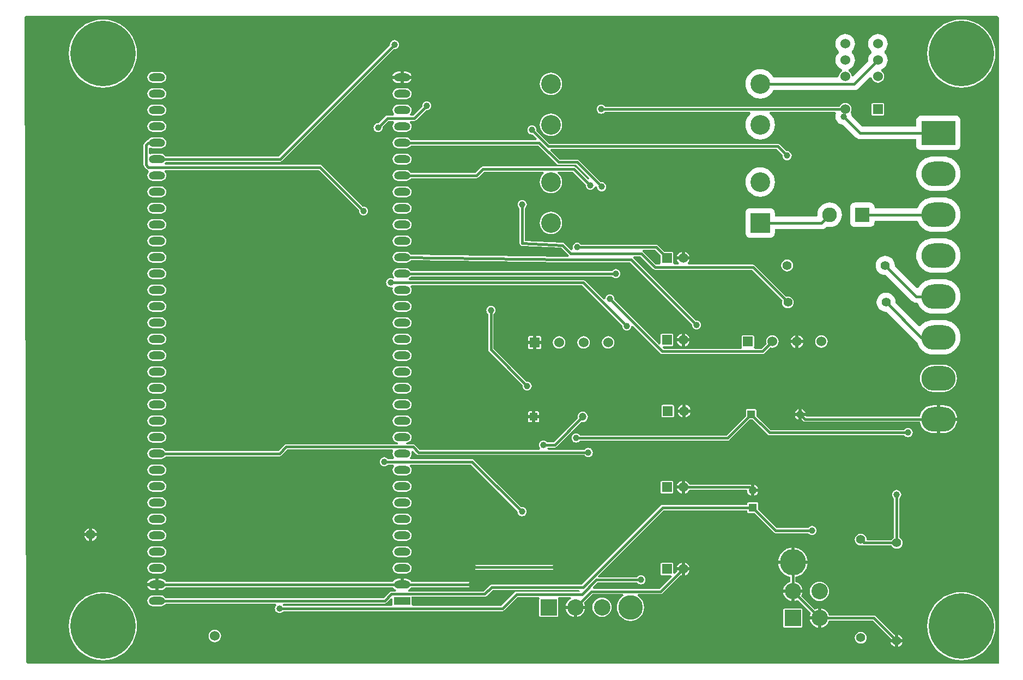
<source format=gbl>
G04 Layer_Physical_Order=2*
G04 Layer_Color=16711680*
%FSLAX25Y25*%
%MOIN*%
G70*
G01*
G75*
%ADD18C,0.01500*%
%ADD19C,0.06000*%
%ADD20C,0.05512*%
%ADD21R,0.05000X0.05000*%
%ADD22C,0.05000*%
%ADD23R,0.04724X0.04724*%
%ADD24C,0.04724*%
%ADD25R,0.12000X0.12000*%
%ADD26C,0.12000*%
%ADD27R,0.06000X0.06000*%
%ADD28R,0.10000X0.10000*%
%ADD29C,0.10000*%
%ADD30C,0.15000*%
%ADD31C,0.40000*%
%ADD32R,0.06000X0.06000*%
%ADD33C,0.09000*%
%ADD34R,0.09000X0.09000*%
%ADD35R,0.10000X0.05000*%
%ADD36O,0.10000X0.05000*%
%ADD37C,0.16000*%
%ADD38O,0.21000X0.15000*%
%ADD39R,0.21000X0.15000*%
%ADD40C,0.03937*%
G36*
X698000Y497000D02*
Y102000D01*
X104000D01*
X103000Y103000D01*
X102002Y497292D01*
X102708Y498000D01*
X697000D01*
X698000Y497000D01*
D02*
G37*
%LPC*%
G36*
X504000Y213903D02*
X503956Y213897D01*
X502983Y213494D01*
X502147Y212853D01*
X501506Y212017D01*
X501103Y211044D01*
X501097Y211000D01*
X504000D01*
Y213903D01*
D02*
G37*
G36*
X185500Y223829D02*
X180500D01*
X179639Y223715D01*
X178836Y223382D01*
X178146Y222854D01*
X177618Y222164D01*
X177285Y221361D01*
X177172Y220500D01*
X177285Y219638D01*
X177618Y218836D01*
X178146Y218146D01*
X178836Y217618D01*
X179639Y217285D01*
X180500Y217172D01*
X185500D01*
X186362Y217285D01*
X187164Y217618D01*
X187854Y218146D01*
X188382Y218836D01*
X188715Y219638D01*
X188829Y220500D01*
X188715Y221361D01*
X188382Y222164D01*
X187854Y222854D01*
X187164Y223382D01*
X186362Y223715D01*
X185500Y223829D01*
D02*
G37*
G36*
X335500Y213828D02*
X330500D01*
X329639Y213715D01*
X328836Y213383D01*
X328146Y212854D01*
X327618Y212164D01*
X327285Y211362D01*
X327171Y210500D01*
X327285Y209639D01*
X327618Y208836D01*
X328146Y208146D01*
X328836Y207617D01*
X329639Y207285D01*
X330500Y207172D01*
X335500D01*
X336362Y207285D01*
X337164Y207617D01*
X337854Y208146D01*
X338383Y208836D01*
X338715Y209639D01*
X338828Y210500D01*
X338715Y211362D01*
X338383Y212164D01*
X337854Y212854D01*
X337164Y213383D01*
X336362Y213715D01*
X335500Y213828D01*
D02*
G37*
G36*
X548500Y211374D02*
Y209000D01*
X550874D01*
X550557Y209765D01*
X549996Y210496D01*
X549265Y211057D01*
X548500Y211374D01*
D02*
G37*
G36*
X185500Y243829D02*
X180500D01*
X179639Y243715D01*
X178836Y243383D01*
X178146Y242854D01*
X177618Y242164D01*
X177285Y241361D01*
X177172Y240500D01*
X177285Y239638D01*
X177618Y238836D01*
X178146Y238146D01*
X178836Y237617D01*
X179639Y237285D01*
X180500Y237172D01*
X185500D01*
X186362Y237285D01*
X187164Y237617D01*
X187854Y238146D01*
X188382Y238836D01*
X188715Y239638D01*
X188829Y240500D01*
X188715Y241361D01*
X188382Y242164D01*
X187854Y242854D01*
X187164Y243383D01*
X186362Y243715D01*
X185500Y243829D01*
D02*
G37*
G36*
Y253829D02*
X180500D01*
X179639Y253715D01*
X178836Y253382D01*
X178146Y252854D01*
X177618Y252164D01*
X177285Y251361D01*
X177172Y250500D01*
X177285Y249639D01*
X177618Y248836D01*
X178146Y248146D01*
X178836Y247618D01*
X179639Y247285D01*
X180500Y247171D01*
X185500D01*
X186362Y247285D01*
X187164Y247618D01*
X187854Y248146D01*
X188382Y248836D01*
X188715Y249639D01*
X188829Y250500D01*
X188715Y251361D01*
X188382Y252164D01*
X187854Y252854D01*
X187164Y253382D01*
X186362Y253715D01*
X185500Y253829D01*
D02*
G37*
G36*
X335500D02*
X330500D01*
X329639Y253715D01*
X328836Y253382D01*
X328146Y252854D01*
X327618Y252164D01*
X327285Y251361D01*
X327171Y250500D01*
X327285Y249639D01*
X327618Y248836D01*
X328146Y248146D01*
X328836Y247618D01*
X329639Y247285D01*
X330500Y247171D01*
X335500D01*
X336362Y247285D01*
X337164Y247618D01*
X337854Y248146D01*
X338383Y248836D01*
X338715Y249639D01*
X338828Y250500D01*
X338715Y251361D01*
X338383Y252164D01*
X337854Y252854D01*
X337164Y253382D01*
X336362Y253715D01*
X335500Y253829D01*
D02*
G37*
G36*
X548862Y257678D02*
X544138D01*
X543826Y257616D01*
X543561Y257439D01*
X543384Y257174D01*
X543322Y256862D01*
Y253557D01*
X531345Y241580D01*
X441777D01*
X441474Y241974D01*
X440896Y242418D01*
X440223Y242697D01*
X439500Y242792D01*
X438777Y242697D01*
X438104Y242418D01*
X437526Y241974D01*
X437082Y241396D01*
X436803Y240723D01*
X436708Y240000D01*
X436803Y239277D01*
X437082Y238604D01*
X437526Y238025D01*
X438104Y237582D01*
X438777Y237303D01*
X439500Y237208D01*
X440223Y237303D01*
X440896Y237582D01*
X441474Y238025D01*
X441777Y238420D01*
X532000D01*
X532605Y238540D01*
X533117Y238882D01*
X545557Y251322D01*
X547443D01*
X556582Y242182D01*
X557095Y241840D01*
X557700Y241720D01*
X640223D01*
X640525Y241325D01*
X641104Y240882D01*
X641777Y240603D01*
X642500Y240508D01*
X643223Y240603D01*
X643896Y240882D01*
X644475Y241325D01*
X644918Y241904D01*
X645197Y242577D01*
X645292Y243300D01*
X645197Y244023D01*
X644918Y244696D01*
X644475Y245274D01*
X643896Y245718D01*
X643223Y245997D01*
X642500Y246092D01*
X641777Y245997D01*
X641104Y245718D01*
X640525Y245274D01*
X640223Y244880D01*
X558355D01*
X549678Y253557D01*
Y256862D01*
X549616Y257174D01*
X549439Y257439D01*
X549174Y257616D01*
X548862Y257678D01*
D02*
G37*
G36*
X672443Y250551D02*
X662000D01*
Y243010D01*
X664000D01*
X665666Y243174D01*
X667269Y243660D01*
X668745Y244449D01*
X670040Y245512D01*
X671102Y246806D01*
X671891Y248283D01*
X672377Y249885D01*
X672443Y250551D01*
D02*
G37*
G36*
X185500Y203829D02*
X180500D01*
X179639Y203715D01*
X178836Y203382D01*
X178146Y202854D01*
X177618Y202164D01*
X177285Y201361D01*
X177172Y200500D01*
X177285Y199638D01*
X177618Y198836D01*
X178146Y198146D01*
X178836Y197617D01*
X179639Y197285D01*
X180500Y197171D01*
X185500D01*
X186362Y197285D01*
X187164Y197617D01*
X187854Y198146D01*
X188382Y198836D01*
X188715Y199638D01*
X188829Y200500D01*
X188715Y201361D01*
X188382Y202164D01*
X187854Y202854D01*
X187164Y203382D01*
X186362Y203715D01*
X185500Y203829D01*
D02*
G37*
G36*
X335500D02*
X330500D01*
X329639Y203715D01*
X328836Y203382D01*
X328146Y202854D01*
X327618Y202164D01*
X327285Y201361D01*
X327171Y200500D01*
X327285Y199638D01*
X327618Y198836D01*
X328146Y198146D01*
X328836Y197617D01*
X329639Y197285D01*
X330500Y197171D01*
X335500D01*
X336362Y197285D01*
X337164Y197617D01*
X337854Y198146D01*
X338383Y198836D01*
X338715Y199638D01*
X338828Y200500D01*
X338715Y201361D01*
X338383Y202164D01*
X337854Y202854D01*
X337164Y203382D01*
X336362Y203715D01*
X335500Y203829D01*
D02*
G37*
G36*
X185500Y193828D02*
X180500D01*
X179639Y193715D01*
X178836Y193383D01*
X178146Y192854D01*
X177618Y192164D01*
X177285Y191361D01*
X177172Y190500D01*
X177285Y189638D01*
X177618Y188836D01*
X178146Y188146D01*
X178836Y187618D01*
X179639Y187285D01*
X180500Y187171D01*
X185500D01*
X186362Y187285D01*
X187164Y187618D01*
X187854Y188146D01*
X188382Y188836D01*
X188715Y189638D01*
X188829Y190500D01*
X188715Y191361D01*
X188382Y192164D01*
X187854Y192854D01*
X187164Y193383D01*
X186362Y193715D01*
X185500Y193828D01*
D02*
G37*
G36*
X335500D02*
X330500D01*
X329639Y193715D01*
X328836Y193383D01*
X328146Y192854D01*
X327618Y192164D01*
X327285Y191361D01*
X327171Y190500D01*
X327285Y189638D01*
X327618Y188836D01*
X328146Y188146D01*
X328836Y187618D01*
X329639Y187285D01*
X330500Y187171D01*
X335500D01*
X336362Y187285D01*
X337164Y187618D01*
X337854Y188146D01*
X338383Y188836D01*
X338715Y189638D01*
X338828Y190500D01*
X338715Y191361D01*
X338383Y192164D01*
X337854Y192854D01*
X337164Y193383D01*
X336362Y193715D01*
X335500Y193828D01*
D02*
G37*
G36*
X506000Y213903D02*
Y210000D01*
Y206097D01*
X506044Y206103D01*
X507017Y206506D01*
X507853Y207147D01*
X508494Y207983D01*
X508675Y208420D01*
X543602D01*
X543970Y208000D01*
X544090Y207086D01*
X544443Y206235D01*
X545004Y205504D01*
X545735Y204943D01*
X546500Y204626D01*
Y208000D01*
Y211374D01*
X546335Y211306D01*
X546105Y211460D01*
X545500Y211580D01*
X508675D01*
X508494Y212017D01*
X507853Y212853D01*
X507017Y213494D01*
X506044Y213897D01*
X506000Y213903D01*
D02*
G37*
G36*
X498000Y213816D02*
X492000D01*
X491688Y213754D01*
X491423Y213577D01*
X491246Y213312D01*
X491184Y213000D01*
Y207000D01*
X491246Y206688D01*
X491423Y206423D01*
X491688Y206246D01*
X492000Y206184D01*
X498000D01*
X498312Y206246D01*
X498577Y206423D01*
X498754Y206688D01*
X498816Y207000D01*
Y213000D01*
X498754Y213312D01*
X498577Y213577D01*
X498312Y213754D01*
X498000Y213816D01*
D02*
G37*
G36*
X185500Y213828D02*
X180500D01*
X179639Y213715D01*
X178836Y213383D01*
X178146Y212854D01*
X177618Y212164D01*
X177285Y211362D01*
X177172Y210500D01*
X177285Y209639D01*
X177618Y208836D01*
X178146Y208146D01*
X178836Y207617D01*
X179639Y207285D01*
X180500Y207172D01*
X185500D01*
X186362Y207285D01*
X187164Y207617D01*
X187854Y208146D01*
X188382Y208836D01*
X188715Y209639D01*
X188829Y210500D01*
X188715Y211362D01*
X188382Y212164D01*
X187854Y212854D01*
X187164Y213383D01*
X186362Y213715D01*
X185500Y213828D01*
D02*
G37*
G36*
X550874Y207000D02*
X548500D01*
Y204626D01*
X549265Y204943D01*
X549996Y205504D01*
X550557Y206235D01*
X550874Y207000D01*
D02*
G37*
G36*
X504000Y209000D02*
X501097D01*
X501103Y208956D01*
X501506Y207983D01*
X502147Y207147D01*
X502983Y206506D01*
X503956Y206103D01*
X504000Y206097D01*
Y209000D01*
D02*
G37*
G36*
X575500Y257725D02*
X574804Y257437D01*
X574102Y256898D01*
X573563Y256196D01*
X573275Y255500D01*
X575500D01*
Y257725D01*
D02*
G37*
G36*
X577500D02*
Y255500D01*
X579725D01*
X579437Y256196D01*
X578898Y256898D01*
X578196Y257437D01*
X577500Y257725D01*
D02*
G37*
G36*
X412500Y256382D02*
X411138D01*
X410748Y256304D01*
X410417Y256083D01*
X410196Y255752D01*
X410118Y255362D01*
Y254000D01*
X412500D01*
Y256382D01*
D02*
G37*
G36*
X415862D02*
X414500D01*
Y254000D01*
X416882D01*
Y255362D01*
X416804Y255752D01*
X416583Y256083D01*
X416252Y256304D01*
X415862Y256382D01*
D02*
G37*
G36*
X185500Y263828D02*
X180500D01*
X179639Y263715D01*
X178836Y263383D01*
X178146Y262854D01*
X177618Y262164D01*
X177285Y261362D01*
X177172Y260500D01*
X177285Y259639D01*
X177618Y258836D01*
X178146Y258146D01*
X178836Y257617D01*
X179639Y257285D01*
X180500Y257172D01*
X185500D01*
X186362Y257285D01*
X187164Y257617D01*
X187854Y258146D01*
X188382Y258836D01*
X188715Y259639D01*
X188829Y260500D01*
X188715Y261362D01*
X188382Y262164D01*
X187854Y262854D01*
X187164Y263383D01*
X186362Y263715D01*
X185500Y263828D01*
D02*
G37*
G36*
X506500Y260403D02*
Y257500D01*
X509403D01*
X509397Y257544D01*
X508994Y258517D01*
X508353Y259353D01*
X507517Y259994D01*
X506544Y260397D01*
X506500Y260403D01*
D02*
G37*
G36*
X185500Y273829D02*
X180500D01*
X179639Y273715D01*
X178836Y273382D01*
X178146Y272854D01*
X177618Y272164D01*
X177285Y271361D01*
X177172Y270500D01*
X177285Y269638D01*
X177618Y268836D01*
X178146Y268146D01*
X178836Y267618D01*
X179639Y267285D01*
X180500Y267172D01*
X185500D01*
X186362Y267285D01*
X187164Y267618D01*
X187854Y268146D01*
X188382Y268836D01*
X188715Y269638D01*
X188829Y270500D01*
X188715Y271361D01*
X188382Y272164D01*
X187854Y272854D01*
X187164Y273382D01*
X186362Y273715D01*
X185500Y273829D01*
D02*
G37*
G36*
X335500Y263828D02*
X330500D01*
X329639Y263715D01*
X328836Y263383D01*
X328146Y262854D01*
X327618Y262164D01*
X327285Y261362D01*
X327171Y260500D01*
X327285Y259639D01*
X327618Y258836D01*
X328146Y258146D01*
X328836Y257617D01*
X329639Y257285D01*
X330500Y257172D01*
X335500D01*
X336362Y257285D01*
X337164Y257617D01*
X337854Y258146D01*
X338383Y258836D01*
X338715Y259639D01*
X338828Y260500D01*
X338715Y261362D01*
X338383Y262164D01*
X337854Y262854D01*
X337164Y263383D01*
X336362Y263715D01*
X335500Y263828D01*
D02*
G37*
G36*
X504500Y260403D02*
X504456Y260397D01*
X503483Y259994D01*
X502647Y259353D01*
X502006Y258517D01*
X501603Y257544D01*
X501597Y257500D01*
X504500D01*
Y260403D01*
D02*
G37*
G36*
X443500Y256189D02*
X442674Y256081D01*
X441905Y255762D01*
X441245Y255255D01*
X440738Y254595D01*
X440419Y253825D01*
X440310Y253000D01*
X440419Y252174D01*
X440425Y252160D01*
X425645Y237380D01*
X421678D01*
X421376Y237774D01*
X420798Y238218D01*
X420124Y238497D01*
X419401Y238592D01*
X418679Y238497D01*
X418005Y238218D01*
X417427Y237774D01*
X416983Y237196D01*
X416704Y236523D01*
X416609Y235800D01*
X416704Y235077D01*
X416983Y234404D01*
X417427Y233825D01*
X417486Y233780D01*
X417146Y232780D01*
X343655D01*
X340718Y235718D01*
X340205Y236060D01*
X339600Y236180D01*
X335633D01*
X335567Y237180D01*
X336362Y237285D01*
X337164Y237617D01*
X337854Y238146D01*
X338383Y238836D01*
X338715Y239638D01*
X338828Y240500D01*
X338715Y241361D01*
X338383Y242164D01*
X337854Y242854D01*
X337164Y243383D01*
X336362Y243715D01*
X335500Y243829D01*
X330500D01*
X329639Y243715D01*
X328836Y243383D01*
X328146Y242854D01*
X327618Y242164D01*
X327285Y241361D01*
X327171Y240500D01*
X327285Y239638D01*
X327618Y238836D01*
X328146Y238146D01*
X328836Y237617D01*
X329639Y237285D01*
X330433Y237180D01*
X330367Y236180D01*
X262100D01*
X261495Y236060D01*
X260982Y235718D01*
X257345Y232080D01*
X188417D01*
X188382Y232164D01*
X187854Y232854D01*
X187164Y233383D01*
X186362Y233715D01*
X185500Y233828D01*
X180500D01*
X179639Y233715D01*
X178836Y233383D01*
X178146Y232854D01*
X177618Y232164D01*
X177285Y231362D01*
X177172Y230500D01*
X177285Y229639D01*
X177618Y228836D01*
X178146Y228146D01*
X178836Y227618D01*
X179639Y227285D01*
X180500Y227171D01*
X185500D01*
X186362Y227285D01*
X187164Y227618D01*
X187854Y228146D01*
X188382Y228836D01*
X188417Y228920D01*
X258000D01*
X258605Y229040D01*
X259118Y229382D01*
X262755Y233020D01*
X327013D01*
X327356Y232534D01*
X327557Y232020D01*
X327285Y231362D01*
X327171Y230500D01*
X327285Y229639D01*
X327618Y228836D01*
X328146Y228146D01*
X328233Y228080D01*
X327893Y227080D01*
X324477D01*
X324174Y227474D01*
X323596Y227918D01*
X322923Y228197D01*
X322200Y228292D01*
X321477Y228197D01*
X320804Y227918D01*
X320226Y227474D01*
X319782Y226896D01*
X319503Y226223D01*
X319408Y225500D01*
X319503Y224777D01*
X319782Y224104D01*
X320226Y223526D01*
X320804Y223082D01*
X321477Y222803D01*
X322200Y222708D01*
X322923Y222803D01*
X323596Y223082D01*
X324174Y223526D01*
X324477Y223920D01*
X327893D01*
X328233Y222920D01*
X328146Y222854D01*
X327618Y222164D01*
X327285Y221361D01*
X327171Y220500D01*
X327285Y219638D01*
X327618Y218836D01*
X328146Y218146D01*
X328836Y217618D01*
X329639Y217285D01*
X330500Y217172D01*
X335500D01*
X336362Y217285D01*
X337164Y217618D01*
X337854Y218146D01*
X338383Y218836D01*
X338715Y219638D01*
X338828Y220500D01*
X338715Y221361D01*
X338383Y222164D01*
X337854Y222854D01*
X337768Y222920D01*
X338107Y223920D01*
X375145D01*
X403573Y195493D01*
X403508Y195000D01*
X403603Y194277D01*
X403882Y193604D01*
X404325Y193026D01*
X404904Y192582D01*
X405577Y192303D01*
X406300Y192208D01*
X407023Y192303D01*
X407696Y192582D01*
X408275Y193026D01*
X408718Y193604D01*
X408997Y194277D01*
X409092Y195000D01*
X408997Y195723D01*
X408718Y196396D01*
X408275Y196975D01*
X407696Y197418D01*
X407023Y197697D01*
X406300Y197792D01*
X405807Y197728D01*
X376918Y226618D01*
X376405Y226960D01*
X375800Y227080D01*
X338107D01*
X337768Y228080D01*
X337854Y228146D01*
X338383Y228836D01*
X338715Y229639D01*
X338828Y230500D01*
X338715Y231362D01*
X339356Y232413D01*
X339499Y232466D01*
X341882Y230083D01*
X342395Y229740D01*
X343000Y229620D01*
X444623D01*
X444925Y229225D01*
X445504Y228782D01*
X446177Y228503D01*
X446900Y228408D01*
X447623Y228503D01*
X448296Y228782D01*
X448875Y229225D01*
X449318Y229804D01*
X449597Y230477D01*
X449692Y231200D01*
X449597Y231923D01*
X449318Y232596D01*
X448875Y233174D01*
X448296Y233618D01*
X447623Y233897D01*
X446900Y233992D01*
X446177Y233897D01*
X445504Y233618D01*
X444925Y233174D01*
X444623Y232780D01*
X422338D01*
X421835Y233780D01*
X422161Y234220D01*
X426300D01*
X426905Y234340D01*
X427418Y234682D01*
X442660Y249925D01*
X442674Y249919D01*
X443500Y249811D01*
X444325Y249919D01*
X445095Y250238D01*
X445755Y250745D01*
X446262Y251405D01*
X446581Y252174D01*
X446690Y253000D01*
X446581Y253825D01*
X446262Y254595D01*
X445755Y255255D01*
X445095Y255762D01*
X444325Y256081D01*
X443500Y256189D01*
D02*
G37*
G36*
X575500Y253500D02*
X573275D01*
X573563Y252804D01*
X574102Y252102D01*
X574804Y251563D01*
X575500Y251275D01*
Y253500D01*
D02*
G37*
G36*
X412500Y252000D02*
X410118D01*
Y250638D01*
X410196Y250248D01*
X410417Y249917D01*
X410748Y249696D01*
X411138Y249618D01*
X412500D01*
Y252000D01*
D02*
G37*
G36*
X416882D02*
X414500D01*
Y249618D01*
X415862D01*
X416252Y249696D01*
X416583Y249917D01*
X416804Y250248D01*
X416882Y250638D01*
Y252000D01*
D02*
G37*
G36*
X664000Y260092D02*
X662000D01*
Y252551D01*
X672443D01*
X672377Y253218D01*
X671891Y254820D01*
X671102Y256296D01*
X670040Y257591D01*
X668745Y258653D01*
X667269Y259442D01*
X665666Y259928D01*
X664000Y260092D01*
D02*
G37*
G36*
X498500Y260316D02*
X492500D01*
X492188Y260254D01*
X491923Y260077D01*
X491746Y259812D01*
X491684Y259500D01*
Y253500D01*
X491746Y253188D01*
X491923Y252923D01*
X492188Y252746D01*
X492500Y252684D01*
X498500D01*
X498812Y252746D01*
X499077Y252923D01*
X499254Y253188D01*
X499316Y253500D01*
Y259500D01*
X499254Y259812D01*
X499077Y260077D01*
X498812Y260254D01*
X498500Y260316D01*
D02*
G37*
G36*
X660000Y260092D02*
X658000D01*
X656334Y259928D01*
X654732Y259442D01*
X653255Y258653D01*
X651961Y257591D01*
X650898Y256296D01*
X650109Y254820D01*
X649623Y253218D01*
X649614Y253132D01*
X580655D01*
X580477Y253231D01*
X580255Y253500D01*
X577500D01*
Y251265D01*
X578331Y250434D01*
X578844Y250091D01*
X579449Y249971D01*
X649614D01*
X649623Y249885D01*
X650109Y248283D01*
X650898Y246806D01*
X651961Y245512D01*
X653255Y244449D01*
X654732Y243660D01*
X656334Y243174D01*
X658000Y243010D01*
X660000D01*
Y251551D01*
Y260092D01*
D02*
G37*
G36*
X504500Y255500D02*
X501597D01*
X501603Y255456D01*
X502006Y254483D01*
X502647Y253647D01*
X503483Y253006D01*
X504456Y252603D01*
X504500Y252597D01*
Y255500D01*
D02*
G37*
G36*
X509403D02*
X506500D01*
Y252597D01*
X506544Y252603D01*
X507517Y253006D01*
X508353Y253647D01*
X508994Y254483D01*
X509397Y255456D01*
X509403Y255500D01*
D02*
G37*
G36*
X143500Y184903D02*
Y182000D01*
X146403D01*
X146397Y182044D01*
X145994Y183017D01*
X145353Y183853D01*
X144517Y184494D01*
X143544Y184897D01*
X143500Y184903D01*
D02*
G37*
G36*
X444931Y135551D02*
X440000D01*
Y130621D01*
X440176Y130638D01*
X441307Y130981D01*
X442349Y131538D01*
X443263Y132288D01*
X444013Y133202D01*
X444570Y134244D01*
X444913Y135375D01*
X444931Y135551D01*
D02*
G37*
G36*
X455300Y142379D02*
X454163Y142267D01*
X453070Y141936D01*
X452062Y141397D01*
X451179Y140672D01*
X450454Y139789D01*
X449916Y138781D01*
X449584Y137688D01*
X449472Y136551D01*
X449584Y135414D01*
X449916Y134321D01*
X450454Y133313D01*
X451179Y132430D01*
X452062Y131705D01*
X453070Y131167D01*
X454163Y130835D01*
X455300Y130723D01*
X456437Y130835D01*
X457530Y131167D01*
X458538Y131705D01*
X459421Y132430D01*
X460146Y133313D01*
X460684Y134321D01*
X461016Y135414D01*
X461128Y136551D01*
X461016Y137688D01*
X460684Y138781D01*
X460146Y139789D01*
X459421Y140672D01*
X458538Y141397D01*
X457530Y141936D01*
X456437Y142267D01*
X455300Y142379D01*
D02*
G37*
G36*
X577000Y135816D02*
X567000D01*
X566688Y135754D01*
X566423Y135577D01*
X566246Y135312D01*
X566184Y135000D01*
Y125000D01*
X566246Y124688D01*
X566423Y124423D01*
X566688Y124246D01*
X567000Y124184D01*
X577000D01*
X577312Y124246D01*
X577577Y124423D01*
X577754Y124688D01*
X577816Y125000D01*
Y135000D01*
X577754Y135312D01*
X577577Y135577D01*
X577312Y135754D01*
X577000Y135816D01*
D02*
G37*
G36*
X438000Y135551D02*
X433070D01*
X433087Y135375D01*
X433430Y134244D01*
X433987Y133202D01*
X434737Y132288D01*
X435650Y131538D01*
X436693Y130981D01*
X437824Y130638D01*
X438000Y130621D01*
Y135551D01*
D02*
G37*
G36*
X577930Y145300D02*
X573000D01*
Y140369D01*
X573176Y140387D01*
X574307Y140730D01*
X574977Y141088D01*
X583088Y132977D01*
X582730Y132307D01*
X582387Y131176D01*
X582370Y131000D01*
X587300D01*
Y135931D01*
X587124Y135913D01*
X585993Y135570D01*
X585323Y135212D01*
X577212Y143323D01*
X577570Y143993D01*
X577913Y145124D01*
X577930Y145300D01*
D02*
G37*
G36*
X572000Y164000D02*
D01*
Y163000D01*
X563055D01*
X563130Y162236D01*
X563645Y160539D01*
X564481Y158976D01*
X565605Y157605D01*
X566976Y156481D01*
X568539Y155645D01*
X570236Y155130D01*
X570420Y155112D01*
Y152091D01*
X569693Y151870D01*
X568650Y151313D01*
X567737Y150563D01*
X566987Y149650D01*
X566430Y148607D01*
X566087Y147476D01*
X566070Y147300D01*
X572000D01*
Y146300D01*
D01*
Y147300D01*
X577930D01*
X577913Y147476D01*
X577570Y148607D01*
X577013Y149650D01*
X576263Y150563D01*
X575350Y151313D01*
X574307Y151870D01*
X573580Y152091D01*
Y155112D01*
X573764Y155130D01*
X575461Y155645D01*
X577024Y156481D01*
X578395Y157605D01*
X579519Y158976D01*
X580355Y160539D01*
X580870Y162236D01*
X580945Y163000D01*
X572000D01*
Y164000D01*
D02*
G37*
G36*
X182000Y149500D02*
X177126D01*
X177443Y148735D01*
X178004Y148004D01*
X178735Y147443D01*
X179586Y147090D01*
X180500Y146970D01*
X182000D01*
Y149500D01*
D02*
G37*
G36*
X571000Y145300D02*
X566070D01*
X566087Y145124D01*
X566430Y143993D01*
X566987Y142950D01*
X567737Y142037D01*
X568650Y141287D01*
X569693Y140730D01*
X570824Y140387D01*
X571000Y140369D01*
Y145300D01*
D02*
G37*
G36*
X588300Y152128D02*
X587163Y152016D01*
X586070Y151684D01*
X585062Y151146D01*
X584179Y150421D01*
X583454Y149538D01*
X582916Y148530D01*
X582584Y147437D01*
X582472Y146300D01*
X582584Y145163D01*
X582916Y144070D01*
X583454Y143062D01*
X584179Y142179D01*
X585062Y141454D01*
X586070Y140916D01*
X587163Y140584D01*
X588300Y140472D01*
X589437Y140584D01*
X590530Y140916D01*
X591538Y141454D01*
X592421Y142179D01*
X593146Y143062D01*
X593684Y144070D01*
X594016Y145163D01*
X594128Y146300D01*
X594016Y147437D01*
X593684Y148530D01*
X593146Y149538D01*
X592421Y150421D01*
X591538Y151146D01*
X590530Y151684D01*
X589437Y152016D01*
X588300Y152128D01*
D02*
G37*
G36*
X634500Y115000D02*
X631849D01*
X632219Y114106D01*
X632821Y113321D01*
X633606Y112719D01*
X634500Y112349D01*
Y115000D01*
D02*
G37*
G36*
X639151D02*
X636500D01*
Y112349D01*
X637394Y112719D01*
X638179Y113321D01*
X638781Y114106D01*
X639151Y115000D01*
D02*
G37*
G36*
X150000Y145845D02*
X147279Y145666D01*
X144605Y145134D01*
X142023Y144258D01*
X139578Y143052D01*
X137311Y141537D01*
X135261Y139739D01*
X133463Y137689D01*
X131948Y135422D01*
X130742Y132977D01*
X129866Y130395D01*
X129334Y127721D01*
X129155Y125000D01*
X129334Y122279D01*
X129866Y119605D01*
X130742Y117023D01*
X131948Y114578D01*
X133463Y112311D01*
X135261Y110261D01*
X137311Y108463D01*
X139578Y106948D01*
X142023Y105742D01*
X144605Y104866D01*
X147279Y104334D01*
X150000Y104155D01*
X152721Y104334D01*
X155395Y104866D01*
X157977Y105742D01*
X160422Y106948D01*
X162689Y108463D01*
X164739Y110261D01*
X166537Y112311D01*
X168052Y114578D01*
X169258Y117023D01*
X170134Y119605D01*
X170666Y122279D01*
X170845Y125000D01*
X170666Y127721D01*
X170134Y130395D01*
X169258Y132977D01*
X168052Y135422D01*
X166537Y137689D01*
X164739Y139739D01*
X162689Y141537D01*
X160422Y143052D01*
X157977Y144258D01*
X155395Y145134D01*
X152721Y145666D01*
X150000Y145845D01*
D02*
G37*
G36*
X675000D02*
X672279Y145666D01*
X669605Y145134D01*
X667023Y144258D01*
X664578Y143052D01*
X662311Y141537D01*
X660261Y139739D01*
X658463Y137689D01*
X656948Y135422D01*
X655742Y132977D01*
X654866Y130395D01*
X654334Y127721D01*
X654155Y125000D01*
X654334Y122279D01*
X654866Y119605D01*
X655742Y117023D01*
X656948Y114578D01*
X658463Y112311D01*
X660261Y110261D01*
X662311Y108463D01*
X664578Y106948D01*
X667023Y105742D01*
X669605Y104866D01*
X672279Y104334D01*
X675000Y104155D01*
X677721Y104334D01*
X680395Y104866D01*
X682977Y105742D01*
X685422Y106948D01*
X687689Y108463D01*
X689739Y110261D01*
X691537Y112311D01*
X693052Y114578D01*
X694258Y117023D01*
X695134Y119605D01*
X695666Y122279D01*
X695845Y125000D01*
X695666Y127721D01*
X695134Y130395D01*
X694258Y132977D01*
X693052Y135422D01*
X691537Y137689D01*
X689739Y139739D01*
X687689Y141537D01*
X685422Y143052D01*
X682977Y144258D01*
X680395Y145134D01*
X677721Y145666D01*
X675000Y145845D01*
D02*
G37*
G36*
X613500Y121587D02*
X612572Y121464D01*
X611707Y121106D01*
X610964Y120536D01*
X610394Y119793D01*
X610036Y118928D01*
X609913Y118000D01*
X610036Y117072D01*
X610394Y116207D01*
X610964Y115464D01*
X611707Y114894D01*
X612572Y114536D01*
X613500Y114413D01*
X614428Y114536D01*
X615293Y114894D01*
X616036Y115464D01*
X616606Y116207D01*
X616964Y117072D01*
X617087Y118000D01*
X616964Y118928D01*
X616606Y119793D01*
X616036Y120536D01*
X615293Y121106D01*
X614428Y121464D01*
X613500Y121587D01*
D02*
G37*
G36*
X636500Y119651D02*
Y117000D01*
X639151D01*
X638781Y117894D01*
X638179Y118679D01*
X637394Y119281D01*
X636500Y119651D01*
D02*
G37*
G36*
X587300Y129000D02*
X582370D01*
X582387Y128824D01*
X582730Y127693D01*
X583287Y126651D01*
X584037Y125737D01*
X584950Y124987D01*
X585993Y124430D01*
X587124Y124087D01*
X587300Y124069D01*
Y129000D01*
D02*
G37*
G36*
X218500Y122833D02*
X217508Y122702D01*
X216584Y122319D01*
X215790Y121710D01*
X215181Y120916D01*
X214798Y119992D01*
X214667Y119000D01*
X214798Y118008D01*
X215181Y117084D01*
X215790Y116290D01*
X216584Y115681D01*
X217508Y115298D01*
X218500Y115167D01*
X219492Y115298D01*
X220416Y115681D01*
X221210Y116290D01*
X221819Y117084D01*
X222202Y118008D01*
X222333Y119000D01*
X222202Y119992D01*
X221819Y120916D01*
X221210Y121710D01*
X220416Y122319D01*
X219492Y122702D01*
X218500Y122833D01*
D02*
G37*
G36*
X589300Y135931D02*
Y130000D01*
Y124069D01*
X589476Y124087D01*
X590607Y124430D01*
X591649Y124987D01*
X592563Y125737D01*
X593313Y126651D01*
X593870Y127693D01*
X594091Y128420D01*
X620845D01*
X631971Y117294D01*
X631849Y117000D01*
X634500D01*
Y119651D01*
X634206Y119529D01*
X622617Y131117D01*
X622105Y131460D01*
X621500Y131580D01*
X594091D01*
X593870Y132307D01*
X593313Y133350D01*
X592563Y134263D01*
X591649Y135013D01*
X590607Y135570D01*
X589476Y135913D01*
X589300Y135931D01*
D02*
G37*
G36*
X141500Y180000D02*
X138597D01*
X138603Y179956D01*
X139006Y178983D01*
X139647Y178147D01*
X140483Y177506D01*
X141456Y177103D01*
X141500Y177097D01*
Y180000D01*
D02*
G37*
G36*
X146403D02*
X143500D01*
Y177097D01*
X143544Y177103D01*
X144517Y177506D01*
X145353Y178147D01*
X145994Y178983D01*
X146397Y179956D01*
X146403Y180000D01*
D02*
G37*
G36*
X185500Y173828D02*
X180500D01*
X179639Y173715D01*
X178836Y173382D01*
X178146Y172854D01*
X177618Y172164D01*
X177285Y171361D01*
X177172Y170500D01*
X177285Y169639D01*
X177618Y168836D01*
X178146Y168146D01*
X178836Y167617D01*
X179639Y167285D01*
X180500Y167172D01*
X185500D01*
X186362Y167285D01*
X187164Y167617D01*
X187854Y168146D01*
X188382Y168836D01*
X188715Y169639D01*
X188829Y170500D01*
X188715Y171361D01*
X188382Y172164D01*
X187854Y172854D01*
X187164Y173382D01*
X186362Y173715D01*
X185500Y173828D01*
D02*
G37*
G36*
X335500D02*
X330500D01*
X329639Y173715D01*
X328836Y173382D01*
X328146Y172854D01*
X327618Y172164D01*
X327285Y171361D01*
X327171Y170500D01*
X327285Y169639D01*
X327618Y168836D01*
X328146Y168146D01*
X328836Y167617D01*
X329639Y167285D01*
X330500Y167172D01*
X335500D01*
X336362Y167285D01*
X337164Y167617D01*
X337854Y168146D01*
X338383Y168836D01*
X338715Y169639D01*
X338828Y170500D01*
X338715Y171361D01*
X338383Y172164D01*
X337854Y172854D01*
X337164Y173382D01*
X336362Y173715D01*
X335500Y173828D01*
D02*
G37*
G36*
X185500Y183828D02*
X180500D01*
X179639Y183715D01*
X178836Y183382D01*
X178146Y182854D01*
X177618Y182164D01*
X177285Y181361D01*
X177172Y180500D01*
X177285Y179639D01*
X177618Y178836D01*
X178146Y178146D01*
X178836Y177618D01*
X179639Y177285D01*
X180500Y177172D01*
X185500D01*
X186362Y177285D01*
X187164Y177618D01*
X187854Y178146D01*
X188382Y178836D01*
X188715Y179639D01*
X188829Y180500D01*
X188715Y181361D01*
X188382Y182164D01*
X187854Y182854D01*
X187164Y183382D01*
X186362Y183715D01*
X185500Y183828D01*
D02*
G37*
G36*
X550000Y200816D02*
X545000D01*
X544688Y200754D01*
X544423Y200577D01*
X544246Y200312D01*
X544184Y200000D01*
Y199080D01*
X492300D01*
X491695Y198960D01*
X491183Y198617D01*
X442945Y150380D01*
X387700D01*
X387095Y150260D01*
X386582Y149917D01*
X382845Y146180D01*
X336830D01*
X336632Y147180D01*
X337265Y147443D01*
X337996Y148004D01*
X338557Y148735D01*
X338634Y148920D01*
X375400D01*
X376005Y149040D01*
X376518Y149382D01*
X376860Y149895D01*
X376980Y150500D01*
X376860Y151105D01*
X376518Y151618D01*
X376005Y151960D01*
X375400Y152080D01*
X338634D01*
X338557Y152265D01*
X337996Y152996D01*
X337265Y153557D01*
X336414Y153910D01*
X335500Y154030D01*
X334000D01*
Y150500D01*
X332000D01*
Y154030D01*
X330500D01*
X329586Y153910D01*
X328735Y153557D01*
X328004Y152996D01*
X327443Y152265D01*
X327366Y152080D01*
X188634D01*
X188557Y152265D01*
X187996Y152996D01*
X187265Y153557D01*
X186414Y153910D01*
X185500Y154030D01*
X184000D01*
Y150500D01*
Y146970D01*
X185500D01*
X186414Y147090D01*
X187265Y147443D01*
X187996Y148004D01*
X188557Y148735D01*
X188634Y148920D01*
X327366D01*
X327443Y148735D01*
X328004Y148004D01*
X328735Y147443D01*
X329368Y147180D01*
X329170Y146180D01*
X326400D01*
X325795Y146060D01*
X325283Y145718D01*
X321645Y142080D01*
X188417D01*
X188382Y142164D01*
X187854Y142854D01*
X187164Y143383D01*
X186362Y143715D01*
X185500Y143828D01*
X180500D01*
X179639Y143715D01*
X178836Y143383D01*
X178146Y142854D01*
X177618Y142164D01*
X177285Y141361D01*
X177172Y140500D01*
X177285Y139638D01*
X177618Y138836D01*
X178146Y138146D01*
X178836Y137618D01*
X179639Y137285D01*
X180500Y137171D01*
X185500D01*
X186362Y137285D01*
X187164Y137618D01*
X187854Y138146D01*
X188382Y138836D01*
X188417Y138920D01*
X255875D01*
X256215Y137920D01*
X256026Y137775D01*
X255582Y137196D01*
X255303Y136523D01*
X255208Y135800D01*
X255303Y135077D01*
X255582Y134404D01*
X256026Y133826D01*
X256604Y133382D01*
X257277Y133103D01*
X258000Y133008D01*
X258723Y133103D01*
X259396Y133382D01*
X259975Y133826D01*
X260277Y134220D01*
X394300D01*
X394905Y134340D01*
X395417Y134683D01*
X403655Y142920D01*
X416541D01*
X416734Y142657D01*
X416984Y141920D01*
X416946Y141863D01*
X416884Y141551D01*
Y131551D01*
X416946Y131239D01*
X417123Y130974D01*
X417388Y130798D01*
X417700Y130736D01*
X427700D01*
X428012Y130798D01*
X428277Y130974D01*
X428454Y131239D01*
X428516Y131551D01*
Y141551D01*
X428454Y141863D01*
X428416Y141920D01*
X428666Y142657D01*
X428859Y142920D01*
X436065D01*
X436315Y141920D01*
X435650Y141564D01*
X434737Y140814D01*
X433987Y139901D01*
X433430Y138858D01*
X433087Y137727D01*
X433070Y137551D01*
X439000D01*
X444931D01*
X444913Y137727D01*
X444570Y138858D01*
X444212Y139528D01*
X449303Y144620D01*
X468066D01*
X468317Y143620D01*
X468067Y143486D01*
X466803Y142449D01*
X465765Y141185D01*
X464995Y139743D01*
X464520Y138178D01*
X464360Y136551D01*
X464520Y134924D01*
X464995Y133360D01*
X465765Y131918D01*
X466803Y130654D01*
X468067Y129617D01*
X469508Y128846D01*
X471073Y128371D01*
X472700Y128211D01*
X474327Y128371D01*
X475892Y128846D01*
X477333Y129617D01*
X478597Y130654D01*
X479635Y131918D01*
X480405Y133360D01*
X480880Y134924D01*
X481040Y136551D01*
X480880Y138178D01*
X480405Y139743D01*
X479635Y141185D01*
X478597Y142449D01*
X477333Y143486D01*
X477083Y143620D01*
X477334Y144620D01*
X491200D01*
X491805Y144740D01*
X492317Y145082D01*
X503519Y156284D01*
X503956Y156103D01*
X504000Y156097D01*
Y159000D01*
X501097D01*
X501103Y158956D01*
X501284Y158519D01*
X499816Y157051D01*
X498816Y157465D01*
Y163000D01*
X498754Y163312D01*
X498577Y163577D01*
X498312Y163754D01*
X498000Y163816D01*
X492000D01*
X491688Y163754D01*
X491423Y163577D01*
X491246Y163312D01*
X491184Y163000D01*
Y157000D01*
X491246Y156688D01*
X491423Y156423D01*
X491688Y156246D01*
X492000Y156184D01*
X497535D01*
X497949Y155184D01*
X490545Y147780D01*
X450030D01*
X449615Y148780D01*
X452555Y151720D01*
X476723D01*
X477026Y151326D01*
X477604Y150882D01*
X478277Y150603D01*
X479000Y150508D01*
X479723Y150603D01*
X480396Y150882D01*
X480974Y151326D01*
X481418Y151904D01*
X481697Y152577D01*
X481792Y153300D01*
X481697Y154023D01*
X481418Y154696D01*
X480974Y155274D01*
X480396Y155718D01*
X479723Y155997D01*
X479000Y156092D01*
X478277Y155997D01*
X477604Y155718D01*
X477026Y155274D01*
X476723Y154880D01*
X453222D01*
X452839Y155804D01*
X492955Y195920D01*
X544184D01*
Y195000D01*
X544246Y194688D01*
X544423Y194423D01*
X544688Y194246D01*
X545000Y194184D01*
X548581D01*
X560383Y182383D01*
X560895Y182040D01*
X561500Y181920D01*
X581523D01*
X581825Y181526D01*
X582404Y181082D01*
X583077Y180803D01*
X583800Y180708D01*
X584523Y180803D01*
X585196Y181082D01*
X585775Y181526D01*
X586218Y182104D01*
X586497Y182777D01*
X586592Y183500D01*
X586497Y184223D01*
X586218Y184896D01*
X585775Y185475D01*
X585196Y185918D01*
X584523Y186197D01*
X583800Y186292D01*
X583077Y186197D01*
X582404Y185918D01*
X581825Y185475D01*
X581523Y185080D01*
X562155D01*
X550816Y196419D01*
Y200000D01*
X550754Y200312D01*
X550577Y200577D01*
X550312Y200754D01*
X550000Y200816D01*
D02*
G37*
G36*
X141500Y184903D02*
X141456Y184897D01*
X140483Y184494D01*
X139647Y183853D01*
X139006Y183017D01*
X138603Y182044D01*
X138597Y182000D01*
X141500D01*
Y184903D01*
D02*
G37*
G36*
X335500Y183828D02*
X330500D01*
X329639Y183715D01*
X328836Y183382D01*
X328146Y182854D01*
X327618Y182164D01*
X327285Y181361D01*
X327171Y180500D01*
X327285Y179639D01*
X327618Y178836D01*
X328146Y178146D01*
X328836Y177618D01*
X329639Y177285D01*
X330500Y177172D01*
X335500D01*
X336362Y177285D01*
X337164Y177618D01*
X337854Y178146D01*
X338383Y178836D01*
X338715Y179639D01*
X338828Y180500D01*
X338715Y181361D01*
X338383Y182164D01*
X337854Y182854D01*
X337164Y183382D01*
X336362Y183715D01*
X335500Y183828D01*
D02*
G37*
G36*
X635500Y208292D02*
X634777Y208197D01*
X634104Y207918D01*
X633526Y207474D01*
X633082Y206896D01*
X632803Y206223D01*
X632708Y205500D01*
X632803Y204777D01*
X633082Y204104D01*
X633526Y203525D01*
X633920Y203223D01*
Y179194D01*
X633707Y179106D01*
X632964Y178536D01*
X632394Y177793D01*
X632306Y177580D01*
X617455D01*
X617087Y178000D01*
X616964Y178928D01*
X616606Y179793D01*
X616036Y180536D01*
X615293Y181106D01*
X614428Y181464D01*
X613500Y181587D01*
X612572Y181464D01*
X611707Y181106D01*
X610964Y180536D01*
X610394Y179793D01*
X610036Y178928D01*
X609913Y178000D01*
X610036Y177072D01*
X610394Y176207D01*
X610964Y175464D01*
X611707Y174894D01*
X612572Y174536D01*
X613500Y174413D01*
X614428Y174536D01*
X614720Y174657D01*
X614895Y174540D01*
X615500Y174420D01*
X632306D01*
X632394Y174207D01*
X632964Y173464D01*
X633707Y172894D01*
X634572Y172536D01*
X635500Y172413D01*
X636428Y172536D01*
X637293Y172894D01*
X638036Y173464D01*
X638606Y174207D01*
X638964Y175072D01*
X639087Y176000D01*
X638964Y176928D01*
X638606Y177793D01*
X638036Y178536D01*
X637293Y179106D01*
X637080Y179194D01*
Y203223D01*
X637474Y203525D01*
X637918Y204104D01*
X638197Y204777D01*
X638292Y205500D01*
X638197Y206223D01*
X637918Y206896D01*
X637474Y207474D01*
X636896Y207918D01*
X636223Y208197D01*
X635500Y208292D01*
D02*
G37*
G36*
X185500Y163829D02*
X180500D01*
X179639Y163715D01*
X178836Y163382D01*
X178146Y162854D01*
X177618Y162164D01*
X177285Y161362D01*
X177172Y160500D01*
X177285Y159639D01*
X177618Y158836D01*
X178146Y158146D01*
X178836Y157617D01*
X179639Y157285D01*
X180500Y157171D01*
X185500D01*
X186362Y157285D01*
X187164Y157617D01*
X187854Y158146D01*
X188382Y158836D01*
X188715Y159639D01*
X188829Y160500D01*
X188715Y161362D01*
X188382Y162164D01*
X187854Y162854D01*
X187164Y163382D01*
X186362Y163715D01*
X185500Y163829D01*
D02*
G37*
G36*
X335500D02*
X330500D01*
X329639Y163715D01*
X328836Y163382D01*
X328146Y162854D01*
X327618Y162164D01*
X327285Y161362D01*
X327171Y160500D01*
X327285Y159639D01*
X327618Y158836D01*
X328146Y158146D01*
X328836Y157617D01*
X329639Y157285D01*
X330500Y157171D01*
X335500D01*
X336362Y157285D01*
X337164Y157617D01*
X337854Y158146D01*
X338383Y158836D01*
X338715Y159639D01*
X338828Y160500D01*
X338715Y161362D01*
X338383Y162164D01*
X337854Y162854D01*
X337164Y163382D01*
X336362Y163715D01*
X335500Y163829D01*
D02*
G37*
G36*
X182000Y154030D02*
X180500D01*
X179586Y153910D01*
X178735Y153557D01*
X178004Y152996D01*
X177443Y152265D01*
X177126Y151500D01*
X182000D01*
Y154030D01*
D02*
G37*
G36*
X508903Y159000D02*
X506000D01*
Y156097D01*
X506044Y156103D01*
X507017Y156506D01*
X507853Y157147D01*
X508494Y157983D01*
X508897Y158956D01*
X508903Y159000D01*
D02*
G37*
G36*
X426800Y162580D02*
X376500D01*
X375895Y162460D01*
X375382Y162118D01*
X375040Y161605D01*
X374920Y161000D01*
X375040Y160395D01*
X375382Y159882D01*
X375895Y159540D01*
X376500Y159420D01*
X426800D01*
X427405Y159540D01*
X427917Y159882D01*
X428260Y160395D01*
X428380Y161000D01*
X428260Y161605D01*
X427917Y162118D01*
X427405Y162460D01*
X426800Y162580D01*
D02*
G37*
G36*
X571000Y172945D02*
X570236Y172870D01*
X568539Y172355D01*
X566976Y171519D01*
X565605Y170395D01*
X564481Y169024D01*
X563645Y167461D01*
X563130Y165764D01*
X563055Y165000D01*
X571000D01*
Y172945D01*
D02*
G37*
G36*
X573000D02*
Y165000D01*
X580945D01*
X580870Y165764D01*
X580355Y167461D01*
X579519Y169024D01*
X578395Y170395D01*
X577024Y171519D01*
X575461Y172355D01*
X573764Y172870D01*
X573000Y172945D01*
D02*
G37*
G36*
X504000Y163903D02*
X503956Y163897D01*
X502983Y163494D01*
X502147Y162853D01*
X501506Y162017D01*
X501103Y161044D01*
X501097Y161000D01*
X504000D01*
Y163903D01*
D02*
G37*
G36*
X506000D02*
Y161000D01*
X508903D01*
X508897Y161044D01*
X508494Y162017D01*
X507853Y162853D01*
X507017Y163494D01*
X506044Y163897D01*
X506000Y163903D01*
D02*
G37*
G36*
X335500Y383828D02*
X330500D01*
X329639Y383715D01*
X328836Y383383D01*
X328146Y382854D01*
X327618Y382164D01*
X327285Y381362D01*
X327171Y380500D01*
X327285Y379639D01*
X327618Y378836D01*
X328146Y378146D01*
X328836Y377618D01*
X329639Y377285D01*
X330500Y377171D01*
X335500D01*
X336362Y377285D01*
X337164Y377618D01*
X337854Y378146D01*
X338383Y378836D01*
X338715Y379639D01*
X338828Y380500D01*
X338715Y381362D01*
X338383Y382164D01*
X337854Y382854D01*
X337164Y383383D01*
X336362Y383715D01*
X335500Y383828D01*
D02*
G37*
G36*
X664000Y387084D02*
X658000D01*
X656352Y386954D01*
X654745Y386568D01*
X653218Y385936D01*
X651809Y385072D01*
X650552Y383999D01*
X649479Y382742D01*
X648616Y381333D01*
X648202Y380334D01*
X637751D01*
X637362Y380282D01*
X622026D01*
Y381000D01*
X621923Y381783D01*
X621621Y382513D01*
X621140Y383140D01*
X620513Y383621D01*
X619783Y383923D01*
X619000Y384026D01*
X610000D01*
X609217Y383923D01*
X608487Y383621D01*
X607860Y383140D01*
X607379Y382513D01*
X607077Y381783D01*
X606974Y381000D01*
Y372000D01*
X607077Y371217D01*
X607379Y370487D01*
X607860Y369860D01*
X608487Y369379D01*
X609217Y369077D01*
X610000Y368974D01*
X619000D01*
X619783Y369077D01*
X620513Y369379D01*
X621140Y369860D01*
X621621Y370487D01*
X621923Y371217D01*
X622026Y372000D01*
Y372718D01*
X637700D01*
X638089Y372769D01*
X648202D01*
X648616Y371770D01*
X649479Y370360D01*
X650552Y369104D01*
X651809Y368030D01*
X653218Y367167D01*
X654745Y366534D01*
X656352Y366148D01*
X658000Y366019D01*
X664000D01*
X665648Y366148D01*
X667255Y366534D01*
X668782Y367167D01*
X670191Y368030D01*
X671448Y369104D01*
X672521Y370360D01*
X673385Y371770D01*
X674017Y373296D01*
X674403Y374904D01*
X674533Y376551D01*
X674403Y378199D01*
X674017Y379806D01*
X673385Y381333D01*
X672521Y382742D01*
X671448Y383999D01*
X670191Y385072D01*
X668782Y385936D01*
X667255Y386568D01*
X665648Y386954D01*
X664000Y387084D01*
D02*
G37*
G36*
X594500Y384036D02*
X593030Y383892D01*
X591616Y383463D01*
X590313Y382766D01*
X589171Y381829D01*
X588234Y380687D01*
X587537Y379384D01*
X587109Y377970D01*
X586964Y376500D01*
X587011Y376023D01*
X586339Y375282D01*
X561026D01*
Y377500D01*
X560923Y378283D01*
X560620Y379013D01*
X560140Y379640D01*
X559513Y380120D01*
X558783Y380423D01*
X558000Y380526D01*
X546000D01*
X545217Y380423D01*
X544487Y380120D01*
X543860Y379640D01*
X543379Y379013D01*
X543077Y378283D01*
X542974Y377500D01*
Y365500D01*
X543077Y364717D01*
X543379Y363987D01*
X543860Y363360D01*
X544487Y362879D01*
X545217Y362577D01*
X546000Y362474D01*
X558000D01*
X558783Y362577D01*
X559513Y362879D01*
X560140Y363360D01*
X560620Y363987D01*
X560923Y364717D01*
X561026Y365500D01*
Y367718D01*
X589500D01*
X590479Y367846D01*
X591391Y368224D01*
X592174Y368826D01*
X592591Y369242D01*
X593030Y369109D01*
X594500Y368964D01*
X595970Y369109D01*
X597384Y369537D01*
X598687Y370234D01*
X599829Y371171D01*
X600766Y372313D01*
X601463Y373616D01*
X601892Y375030D01*
X602036Y376500D01*
X601892Y377970D01*
X601463Y379384D01*
X600766Y380687D01*
X599829Y381829D01*
X598687Y382766D01*
X597384Y383463D01*
X595970Y383892D01*
X594500Y384036D01*
D02*
G37*
G36*
X185500Y383828D02*
X180500D01*
X179639Y383715D01*
X178836Y383383D01*
X178146Y382854D01*
X177618Y382164D01*
X177285Y381362D01*
X177172Y380500D01*
X177285Y379639D01*
X177618Y378836D01*
X178146Y378146D01*
X178836Y377618D01*
X179639Y377285D01*
X180500Y377171D01*
X185500D01*
X186362Y377285D01*
X187164Y377618D01*
X187854Y378146D01*
X188382Y378836D01*
X188715Y379639D01*
X188829Y380500D01*
X188715Y381362D01*
X188382Y382164D01*
X187854Y382854D01*
X187164Y383383D01*
X186362Y383715D01*
X185500Y383828D01*
D02*
G37*
G36*
Y393829D02*
X180500D01*
X179639Y393715D01*
X178836Y393383D01*
X178146Y392854D01*
X177618Y392164D01*
X177285Y391361D01*
X177172Y390500D01*
X177285Y389638D01*
X177618Y388836D01*
X178146Y388146D01*
X178836Y387617D01*
X179639Y387285D01*
X180500Y387172D01*
X185500D01*
X186362Y387285D01*
X187164Y387617D01*
X187854Y388146D01*
X188382Y388836D01*
X188715Y389638D01*
X188829Y390500D01*
X188715Y391361D01*
X188382Y392164D01*
X187854Y392854D01*
X187164Y393383D01*
X186362Y393715D01*
X185500Y393829D01*
D02*
G37*
G36*
X664000Y412084D02*
X658000D01*
X656352Y411954D01*
X654745Y411568D01*
X653218Y410936D01*
X651809Y410072D01*
X650552Y408999D01*
X649479Y407742D01*
X648616Y406333D01*
X647983Y404806D01*
X647597Y403199D01*
X647468Y401551D01*
X647597Y399904D01*
X647983Y398296D01*
X648616Y396770D01*
X649479Y395360D01*
X650552Y394104D01*
X651809Y393030D01*
X653218Y392167D01*
X654745Y391534D01*
X656352Y391148D01*
X658000Y391019D01*
X664000D01*
X665648Y391148D01*
X667255Y391534D01*
X668782Y392167D01*
X670191Y393030D01*
X671448Y394104D01*
X672521Y395360D01*
X673385Y396770D01*
X674017Y398296D01*
X674403Y399904D01*
X674533Y401551D01*
X674403Y403199D01*
X674017Y404806D01*
X673385Y406333D01*
X672521Y407742D01*
X671448Y408999D01*
X670191Y410072D01*
X668782Y410936D01*
X667255Y411568D01*
X665648Y411954D01*
X664000Y412084D01*
D02*
G37*
G36*
X335500Y413829D02*
X330500D01*
X329639Y413715D01*
X328836Y413382D01*
X328146Y412854D01*
X327618Y412164D01*
X327285Y411362D01*
X327171Y410500D01*
X327285Y409639D01*
X327618Y408836D01*
X328146Y408146D01*
X328836Y407618D01*
X329639Y407285D01*
X330500Y407171D01*
X335500D01*
X336362Y407285D01*
X337164Y407618D01*
X337854Y408146D01*
X338383Y408836D01*
X338715Y409639D01*
X338828Y410500D01*
X338715Y411362D01*
X338383Y412164D01*
X337854Y412854D01*
X337164Y413382D01*
X336362Y413715D01*
X335500Y413829D01*
D02*
G37*
G36*
Y393829D02*
X330500D01*
X329639Y393715D01*
X328836Y393383D01*
X328146Y392854D01*
X327618Y392164D01*
X327285Y391361D01*
X327171Y390500D01*
X327285Y389638D01*
X327618Y388836D01*
X328146Y388146D01*
X328836Y387617D01*
X329639Y387285D01*
X330500Y387172D01*
X335500D01*
X336362Y387285D01*
X337164Y387617D01*
X337854Y388146D01*
X338383Y388836D01*
X338715Y389638D01*
X338828Y390500D01*
X338715Y391361D01*
X338383Y392164D01*
X337854Y392854D01*
X337164Y393383D01*
X336362Y393715D01*
X335500Y393829D01*
D02*
G37*
G36*
X552000Y405544D02*
X550236Y405370D01*
X548539Y404855D01*
X546976Y404019D01*
X545605Y402895D01*
X544481Y401524D01*
X543645Y399961D01*
X543130Y398264D01*
X542956Y396500D01*
X543130Y394736D01*
X543645Y393039D01*
X544481Y391476D01*
X545605Y390105D01*
X546976Y388981D01*
X548539Y388145D01*
X550236Y387630D01*
X552000Y387456D01*
X553764Y387630D01*
X555461Y388145D01*
X557024Y388981D01*
X558395Y390105D01*
X559519Y391476D01*
X560355Y393039D01*
X560870Y394736D01*
X561044Y396500D01*
X560870Y398264D01*
X560355Y399961D01*
X559519Y401524D01*
X558395Y402895D01*
X557024Y404019D01*
X555461Y404855D01*
X553764Y405370D01*
X552000Y405544D01*
D02*
G37*
G36*
X504000Y353903D02*
X503956Y353897D01*
X502983Y353494D01*
X502147Y352853D01*
X501506Y352017D01*
X501103Y351044D01*
X501097Y351000D01*
X504000D01*
Y353903D01*
D02*
G37*
G36*
X506000D02*
Y351000D01*
X508903D01*
X508897Y351044D01*
X508494Y352017D01*
X507853Y352853D01*
X507017Y353494D01*
X506044Y353897D01*
X506000Y353903D01*
D02*
G37*
G36*
X185500Y353829D02*
X180500D01*
X179639Y353715D01*
X178836Y353382D01*
X178146Y352854D01*
X177618Y352164D01*
X177285Y351361D01*
X177172Y350500D01*
X177285Y349639D01*
X177618Y348836D01*
X178146Y348146D01*
X178836Y347618D01*
X179639Y347285D01*
X180500Y347171D01*
X185500D01*
X186362Y347285D01*
X187164Y347618D01*
X187854Y348146D01*
X188382Y348836D01*
X188715Y349639D01*
X188829Y350500D01*
X188715Y351361D01*
X188382Y352164D01*
X187854Y352854D01*
X187164Y353382D01*
X186362Y353715D01*
X185500Y353829D01*
D02*
G37*
G36*
X406500Y385492D02*
X405777Y385397D01*
X405104Y385118D01*
X404526Y384675D01*
X404082Y384096D01*
X403803Y383423D01*
X403708Y382700D01*
X403803Y381977D01*
X404082Y381304D01*
X404526Y380726D01*
X404920Y380423D01*
Y359000D01*
X404973Y358732D01*
X405014Y358461D01*
X405033Y358431D01*
X405040Y358395D01*
X405192Y358168D01*
X405334Y357934D01*
X405363Y357912D01*
X405382Y357882D01*
X405610Y357731D01*
X405830Y357569D01*
X405865Y357560D01*
X405895Y357540D01*
X406164Y357487D01*
X406429Y357421D01*
X430316Y356349D01*
X434985Y351680D01*
X434928Y351273D01*
X434633Y350680D01*
X433111D01*
X338449Y352004D01*
X338383Y352164D01*
X337854Y352854D01*
X337164Y353382D01*
X336362Y353715D01*
X335500Y353829D01*
X330500D01*
X329639Y353715D01*
X328836Y353382D01*
X328146Y352854D01*
X327618Y352164D01*
X327285Y351361D01*
X327171Y350500D01*
X327285Y349639D01*
X327618Y348836D01*
X328146Y348146D01*
X328836Y347618D01*
X329639Y347285D01*
X330500Y347171D01*
X335500D01*
X336362Y347285D01*
X337164Y347618D01*
X337854Y348146D01*
X338383Y348836D01*
X338386Y348844D01*
X433078Y347520D01*
X433089Y347522D01*
X433100Y347520D01*
X472445D01*
X510372Y309593D01*
X510308Y309100D01*
X510403Y308377D01*
X510682Y307704D01*
X511126Y307125D01*
X511704Y306682D01*
X512377Y306403D01*
X513100Y306308D01*
X513823Y306403D01*
X514496Y306682D01*
X515074Y307125D01*
X515518Y307704D01*
X515797Y308377D01*
X515892Y309100D01*
X515797Y309823D01*
X515518Y310496D01*
X515074Y311074D01*
X514496Y311518D01*
X513823Y311797D01*
X513100Y311892D01*
X512607Y311827D01*
X474315Y350120D01*
X474372Y350527D01*
X474667Y351120D01*
X478645D01*
X486482Y343283D01*
X486995Y342940D01*
X487600Y342820D01*
X546945D01*
X565624Y324141D01*
X565536Y323928D01*
X565413Y323000D01*
X565536Y322072D01*
X565894Y321207D01*
X566464Y320464D01*
X567207Y319894D01*
X568072Y319536D01*
X569000Y319413D01*
X569928Y319536D01*
X570793Y319894D01*
X571536Y320464D01*
X572106Y321207D01*
X572464Y322072D01*
X572587Y323000D01*
X572464Y323928D01*
X572106Y324793D01*
X571536Y325536D01*
X570793Y326106D01*
X569928Y326464D01*
X569000Y326587D01*
X568072Y326464D01*
X567859Y326376D01*
X548717Y345517D01*
X548205Y345860D01*
X547600Y345980D01*
X507975D01*
X507635Y346980D01*
X507853Y347147D01*
X508494Y347983D01*
X508897Y348956D01*
X508903Y349000D01*
X505000D01*
X501097D01*
X501103Y348956D01*
X501506Y347983D01*
X502147Y347147D01*
X502364Y346980D01*
X502025Y345980D01*
X499484D01*
X499274Y346183D01*
X498812Y346980D01*
X498816Y347000D01*
Y353000D01*
X498754Y353312D01*
X498577Y353577D01*
X498312Y353754D01*
X498000Y353816D01*
X493419D01*
X489517Y357717D01*
X489005Y358060D01*
X488400Y358180D01*
X442462D01*
X442160Y358575D01*
X441581Y359018D01*
X440908Y359297D01*
X440185Y359392D01*
X439462Y359297D01*
X438789Y359018D01*
X438210Y358575D01*
X437767Y357996D01*
X437488Y357323D01*
X437393Y356600D01*
X437484Y355907D01*
X437486Y355874D01*
X436873Y354836D01*
X436354Y354781D01*
X432118Y359017D01*
X431890Y359170D01*
X431670Y359331D01*
X431635Y359340D01*
X431605Y359360D01*
X431336Y359413D01*
X431071Y359479D01*
X408080Y360511D01*
Y380423D01*
X408474Y380726D01*
X408918Y381304D01*
X409197Y381977D01*
X409292Y382700D01*
X409197Y383423D01*
X408918Y384096D01*
X408474Y384675D01*
X407896Y385118D01*
X407223Y385397D01*
X406500Y385492D01*
D02*
G37*
G36*
X185500Y363828D02*
X180500D01*
X179639Y363715D01*
X178836Y363383D01*
X178146Y362854D01*
X177618Y362164D01*
X177285Y361362D01*
X177172Y360500D01*
X177285Y359639D01*
X177618Y358836D01*
X178146Y358146D01*
X178836Y357617D01*
X179639Y357285D01*
X180500Y357172D01*
X185500D01*
X186362Y357285D01*
X187164Y357617D01*
X187854Y358146D01*
X188382Y358836D01*
X188715Y359639D01*
X188829Y360500D01*
X188715Y361362D01*
X188382Y362164D01*
X187854Y362854D01*
X187164Y363383D01*
X186362Y363715D01*
X185500Y363828D01*
D02*
G37*
G36*
Y373829D02*
X180500D01*
X179639Y373715D01*
X178836Y373382D01*
X178146Y372854D01*
X177618Y372164D01*
X177285Y371361D01*
X177172Y370500D01*
X177285Y369638D01*
X177618Y368836D01*
X178146Y368146D01*
X178836Y367618D01*
X179639Y367285D01*
X180500Y367172D01*
X185500D01*
X186362Y367285D01*
X187164Y367618D01*
X187854Y368146D01*
X188382Y368836D01*
X188715Y369638D01*
X188829Y370500D01*
X188715Y371361D01*
X188382Y372164D01*
X187854Y372854D01*
X187164Y373382D01*
X186362Y373715D01*
X185500Y373829D01*
D02*
G37*
G36*
X335500D02*
X330500D01*
X329639Y373715D01*
X328836Y373382D01*
X328146Y372854D01*
X327618Y372164D01*
X327285Y371361D01*
X327171Y370500D01*
X327285Y369638D01*
X327618Y368836D01*
X328146Y368146D01*
X328836Y367618D01*
X329639Y367285D01*
X330500Y367172D01*
X335500D01*
X336362Y367285D01*
X337164Y367618D01*
X337854Y368146D01*
X338383Y368836D01*
X338715Y369638D01*
X338828Y370500D01*
X338715Y371361D01*
X338383Y372164D01*
X337854Y372854D01*
X337164Y373382D01*
X336362Y373715D01*
X335500Y373829D01*
D02*
G37*
G36*
Y363828D02*
X330500D01*
X329639Y363715D01*
X328836Y363383D01*
X328146Y362854D01*
X327618Y362164D01*
X327285Y361362D01*
X327171Y360500D01*
X327285Y359639D01*
X327618Y358836D01*
X328146Y358146D01*
X328836Y357617D01*
X329639Y357285D01*
X330500Y357172D01*
X335500D01*
X336362Y357285D01*
X337164Y357617D01*
X337854Y358146D01*
X338383Y358836D01*
X338715Y359639D01*
X338828Y360500D01*
X338715Y361362D01*
X338383Y362164D01*
X337854Y362854D01*
X337164Y363383D01*
X336362Y363715D01*
X335500Y363828D01*
D02*
G37*
G36*
X424000Y378333D02*
X422667Y378202D01*
X421385Y377813D01*
X420204Y377181D01*
X419168Y376332D01*
X418319Y375296D01*
X417687Y374115D01*
X417298Y372833D01*
X417167Y371500D01*
X417298Y370167D01*
X417687Y368885D01*
X418319Y367704D01*
X419168Y366668D01*
X420204Y365819D01*
X421385Y365187D01*
X422667Y364798D01*
X424000Y364667D01*
X425333Y364798D01*
X426615Y365187D01*
X427796Y365819D01*
X428832Y366668D01*
X429681Y367704D01*
X430313Y368885D01*
X430702Y370167D01*
X430833Y371500D01*
X430702Y372833D01*
X430313Y374115D01*
X429681Y375296D01*
X428832Y376332D01*
X427796Y377181D01*
X426615Y377813D01*
X425333Y378202D01*
X424000Y378333D01*
D02*
G37*
G36*
X412400Y431092D02*
X411677Y430997D01*
X411004Y430718D01*
X410426Y430274D01*
X409982Y429696D01*
X409703Y429023D01*
X409608Y428300D01*
X409703Y427577D01*
X409982Y426904D01*
X410426Y426326D01*
X411004Y425882D01*
X411677Y425603D01*
X412400Y425508D01*
X412893Y425572D01*
X415461Y423004D01*
X415078Y422080D01*
X338417D01*
X338383Y422164D01*
X337854Y422854D01*
X337164Y423383D01*
X336362Y423715D01*
X335500Y423829D01*
X330500D01*
X329639Y423715D01*
X328836Y423383D01*
X328146Y422854D01*
X327618Y422164D01*
X327285Y421361D01*
X327171Y420500D01*
X327285Y419638D01*
X327618Y418836D01*
X328146Y418146D01*
X328836Y417618D01*
X329639Y417285D01*
X330500Y417171D01*
X335500D01*
X336362Y417285D01*
X337164Y417618D01*
X337854Y418146D01*
X338383Y418836D01*
X338417Y418920D01*
X416245D01*
X427682Y407482D01*
X428195Y407140D01*
X428800Y407020D01*
X439345D01*
X447525Y398840D01*
X447169Y397782D01*
X446979Y397756D01*
X439218Y405517D01*
X438705Y405860D01*
X438100Y405980D01*
X382400D01*
X381795Y405860D01*
X381282Y405517D01*
X377845Y402080D01*
X338417D01*
X338383Y402164D01*
X337854Y402854D01*
X337164Y403382D01*
X336362Y403715D01*
X335500Y403828D01*
X330500D01*
X329639Y403715D01*
X328836Y403382D01*
X328146Y402854D01*
X327618Y402164D01*
X327285Y401362D01*
X327171Y400500D01*
X327285Y399639D01*
X327618Y398836D01*
X328146Y398146D01*
X328836Y397618D01*
X329639Y397285D01*
X330500Y397171D01*
X335500D01*
X336362Y397285D01*
X337164Y397618D01*
X337854Y398146D01*
X338383Y398836D01*
X338417Y398920D01*
X378500D01*
X379105Y399040D01*
X379618Y399382D01*
X383055Y402820D01*
X419405D01*
X419763Y401820D01*
X419168Y401332D01*
X418319Y400296D01*
X417687Y399115D01*
X417298Y397833D01*
X417167Y396500D01*
X417298Y395167D01*
X417687Y393885D01*
X418319Y392704D01*
X419168Y391668D01*
X420204Y390819D01*
X421385Y390187D01*
X422667Y389798D01*
X424000Y389667D01*
X425333Y389798D01*
X426615Y390187D01*
X427796Y390819D01*
X428832Y391668D01*
X429681Y392704D01*
X430313Y393885D01*
X430702Y395167D01*
X430833Y396500D01*
X430702Y397833D01*
X430313Y399115D01*
X429681Y400296D01*
X428832Y401332D01*
X428237Y401820D01*
X428595Y402820D01*
X437445D01*
X445372Y394893D01*
X445308Y394400D01*
X445403Y393677D01*
X445682Y393004D01*
X446126Y392425D01*
X446704Y391982D01*
X447377Y391703D01*
X448100Y391608D01*
X448823Y391703D01*
X449496Y391982D01*
X450074Y392425D01*
X450518Y393004D01*
X450753Y393570D01*
X451026Y393754D01*
X451829Y394024D01*
X452015Y393904D01*
X452211Y393625D01*
X452208Y393600D01*
X452303Y392877D01*
X452582Y392204D01*
X453025Y391625D01*
X453604Y391182D01*
X454277Y390903D01*
X455000Y390808D01*
X455723Y390903D01*
X456396Y391182D01*
X456975Y391625D01*
X457418Y392204D01*
X457697Y392877D01*
X457792Y393600D01*
X457697Y394323D01*
X457418Y394996D01*
X456975Y395574D01*
X456396Y396018D01*
X455723Y396297D01*
X455000Y396392D01*
X454507Y396327D01*
X441117Y409718D01*
X440605Y410060D01*
X440000Y410180D01*
X429455D01*
X423839Y415796D01*
X424222Y416720D01*
X562145D01*
X565772Y413093D01*
X565708Y412600D01*
X565803Y411877D01*
X566082Y411204D01*
X566526Y410626D01*
X567104Y410182D01*
X567777Y409903D01*
X568500Y409808D01*
X569223Y409903D01*
X569896Y410182D01*
X570474Y410626D01*
X570918Y411204D01*
X571197Y411877D01*
X571292Y412600D01*
X571197Y413323D01*
X570918Y413996D01*
X570474Y414574D01*
X569896Y415018D01*
X569223Y415297D01*
X568500Y415392D01*
X568007Y415328D01*
X563917Y419417D01*
X563405Y419760D01*
X562800Y419880D01*
X423055D01*
X415128Y427807D01*
X415192Y428300D01*
X415097Y429023D01*
X414818Y429696D01*
X414374Y430274D01*
X413796Y430718D01*
X413123Y430997D01*
X412400Y431092D01*
D02*
G37*
G36*
X332000Y459500D02*
X327126D01*
X327443Y458735D01*
X328004Y458004D01*
X328735Y457443D01*
X329586Y457090D01*
X330500Y456970D01*
X332000D01*
Y459500D01*
D02*
G37*
G36*
X338874D02*
X334000D01*
Y456970D01*
X335500D01*
X336414Y457090D01*
X337265Y457443D01*
X337996Y458004D01*
X338557Y458735D01*
X338874Y459500D01*
D02*
G37*
G36*
X150000Y495845D02*
X147279Y495666D01*
X144605Y495134D01*
X142023Y494258D01*
X139578Y493052D01*
X137311Y491537D01*
X135261Y489739D01*
X133463Y487689D01*
X131948Y485422D01*
X130742Y482977D01*
X129866Y480395D01*
X129334Y477721D01*
X129155Y475000D01*
X129334Y472279D01*
X129866Y469605D01*
X130742Y467023D01*
X131948Y464578D01*
X133463Y462311D01*
X135261Y460261D01*
X137311Y458463D01*
X139578Y456948D01*
X142023Y455742D01*
X144605Y454866D01*
X147279Y454334D01*
X150000Y454155D01*
X152721Y454334D01*
X155395Y454866D01*
X157977Y455742D01*
X160422Y456948D01*
X162689Y458463D01*
X164739Y460261D01*
X166537Y462311D01*
X168052Y464578D01*
X169258Y467023D01*
X170134Y469605D01*
X170666Y472279D01*
X170845Y475000D01*
X170666Y477721D01*
X170134Y480395D01*
X169258Y482977D01*
X168052Y485422D01*
X166537Y487689D01*
X164739Y489739D01*
X162689Y491537D01*
X160422Y493052D01*
X157977Y494258D01*
X155395Y495134D01*
X152721Y495666D01*
X150000Y495845D01*
D02*
G37*
G36*
X675000D02*
X672279Y495666D01*
X669605Y495134D01*
X667023Y494258D01*
X664578Y493052D01*
X662311Y491537D01*
X660261Y489739D01*
X658463Y487689D01*
X656948Y485422D01*
X655742Y482977D01*
X654866Y480395D01*
X654334Y477721D01*
X654155Y475000D01*
X654334Y472279D01*
X654866Y469605D01*
X655742Y467023D01*
X656948Y464578D01*
X658463Y462311D01*
X660261Y460261D01*
X662311Y458463D01*
X664578Y456948D01*
X667023Y455742D01*
X669605Y454866D01*
X672279Y454334D01*
X675000Y454155D01*
X677721Y454334D01*
X680395Y454866D01*
X682977Y455742D01*
X685422Y456948D01*
X687689Y458463D01*
X689739Y460261D01*
X691537Y462311D01*
X693052Y464578D01*
X694258Y467023D01*
X695134Y469605D01*
X695666Y472279D01*
X695845Y475000D01*
X695666Y477721D01*
X695134Y480395D01*
X694258Y482977D01*
X693052Y485422D01*
X691537Y487689D01*
X689739Y489739D01*
X687689Y491537D01*
X685422Y493052D01*
X682977Y494258D01*
X680395Y495134D01*
X677721Y495666D01*
X675000Y495845D01*
D02*
G37*
G36*
X185500Y463829D02*
X180500D01*
X179639Y463715D01*
X178836Y463382D01*
X178146Y462854D01*
X177618Y462164D01*
X177285Y461362D01*
X177172Y460500D01*
X177285Y459639D01*
X177618Y458836D01*
X178146Y458146D01*
X178836Y457618D01*
X179639Y457285D01*
X180500Y457171D01*
X185500D01*
X186362Y457285D01*
X187164Y457618D01*
X187854Y458146D01*
X188382Y458836D01*
X188715Y459639D01*
X188829Y460500D01*
X188715Y461362D01*
X188382Y462164D01*
X187854Y462854D01*
X187164Y463382D01*
X186362Y463715D01*
X185500Y463829D01*
D02*
G37*
G36*
X335500Y464030D02*
X334000D01*
Y461500D01*
X338874D01*
X338557Y462265D01*
X337996Y462996D01*
X337265Y463557D01*
X336414Y463910D01*
X335500Y464030D01*
D02*
G37*
G36*
X328300Y483292D02*
X327577Y483197D01*
X326904Y482918D01*
X326325Y482475D01*
X325882Y481896D01*
X325603Y481223D01*
X325508Y480500D01*
X325572Y480007D01*
X257645Y412080D01*
X188417D01*
X188382Y412164D01*
X187854Y412854D01*
X187164Y413382D01*
X186362Y413715D01*
X185500Y413829D01*
X180500D01*
X179639Y413715D01*
X178980Y413443D01*
X178466Y413644D01*
X177980Y413987D01*
Y417013D01*
X178466Y417356D01*
X178980Y417557D01*
X179639Y417285D01*
X180500Y417171D01*
X185500D01*
X186362Y417285D01*
X187164Y417618D01*
X187854Y418146D01*
X188382Y418836D01*
X188715Y419638D01*
X188829Y420500D01*
X188715Y421361D01*
X188382Y422164D01*
X187854Y422854D01*
X187164Y423383D01*
X186362Y423715D01*
X185500Y423829D01*
X180500D01*
X179639Y423715D01*
X178836Y423383D01*
X178146Y422854D01*
X177618Y422164D01*
X177554Y422012D01*
X177295Y421960D01*
X176783Y421618D01*
X175283Y420118D01*
X174940Y419605D01*
X174820Y419000D01*
Y407000D01*
X174940Y406395D01*
X175283Y405883D01*
X176783Y404383D01*
X177295Y404040D01*
X177894Y403921D01*
X177905Y403905D01*
X178233Y402920D01*
X178146Y402854D01*
X177618Y402164D01*
X177285Y401362D01*
X177172Y400500D01*
X177285Y399639D01*
X177618Y398836D01*
X178146Y398146D01*
X178836Y397618D01*
X179639Y397285D01*
X180500Y397171D01*
X185500D01*
X186362Y397285D01*
X187164Y397618D01*
X187854Y398146D01*
X188382Y398836D01*
X188715Y399639D01*
X188829Y400500D01*
X188715Y401362D01*
X188382Y402164D01*
X187854Y402854D01*
X187768Y402920D01*
X188107Y403920D01*
X282045D01*
X306673Y379293D01*
X306608Y378800D01*
X306703Y378077D01*
X306982Y377404D01*
X307425Y376825D01*
X308004Y376382D01*
X308677Y376103D01*
X309400Y376008D01*
X310123Y376103D01*
X310796Y376382D01*
X311374Y376825D01*
X311818Y377404D01*
X312097Y378077D01*
X312192Y378800D01*
X312097Y379523D01*
X311818Y380196D01*
X311374Y380774D01*
X310796Y381218D01*
X310123Y381497D01*
X309400Y381592D01*
X308907Y381527D01*
X283818Y406617D01*
X283305Y406960D01*
X282700Y407080D01*
X188107D01*
X187768Y408080D01*
X187854Y408146D01*
X188382Y408836D01*
X188417Y408920D01*
X258300D01*
X258905Y409040D01*
X259418Y409382D01*
X327807Y477773D01*
X328300Y477708D01*
X329023Y477803D01*
X329696Y478082D01*
X330275Y478525D01*
X330718Y479104D01*
X330997Y479777D01*
X331092Y480500D01*
X330997Y481223D01*
X330718Y481896D01*
X330275Y482475D01*
X329696Y482918D01*
X329023Y483197D01*
X328300Y483292D01*
D02*
G37*
G36*
X624000Y487029D02*
X622824Y486913D01*
X621693Y486570D01*
X620650Y486013D01*
X619737Y485263D01*
X618987Y484349D01*
X618430Y483307D01*
X618087Y482176D01*
X617971Y481000D01*
X618087Y479824D01*
X618430Y478693D01*
X618987Y477650D01*
X619737Y476737D01*
X620025Y476500D01*
Y475500D01*
X619737Y475263D01*
X618987Y474349D01*
X618430Y473307D01*
X618087Y472176D01*
X617971Y471000D01*
X618032Y470381D01*
X608819Y461168D01*
X607763Y461527D01*
X607702Y461992D01*
X607319Y462916D01*
X606710Y463710D01*
X605966Y464281D01*
X605940Y464514D01*
X606042Y465349D01*
X606307Y465430D01*
X607349Y465987D01*
X608263Y466737D01*
X609013Y467651D01*
X609570Y468693D01*
X609913Y469824D01*
X610029Y471000D01*
X609913Y472176D01*
X609570Y473307D01*
X609013Y474349D01*
X608263Y475263D01*
X607975Y475500D01*
Y476500D01*
X608263Y476737D01*
X609013Y477650D01*
X609570Y478693D01*
X609913Y479824D01*
X610029Y481000D01*
X609913Y482176D01*
X609570Y483307D01*
X609013Y484349D01*
X608263Y485263D01*
X607349Y486013D01*
X606307Y486570D01*
X605176Y486913D01*
X604000Y487029D01*
X602824Y486913D01*
X601693Y486570D01*
X600651Y486013D01*
X599737Y485263D01*
X598987Y484349D01*
X598430Y483307D01*
X598087Y482176D01*
X597971Y481000D01*
X598087Y479824D01*
X598430Y478693D01*
X598987Y477650D01*
X599737Y476737D01*
X600025Y476500D01*
Y475500D01*
X599737Y475263D01*
X598987Y474349D01*
X598430Y473307D01*
X598087Y472176D01*
X597971Y471000D01*
X598087Y469824D01*
X598430Y468693D01*
X598987Y467651D01*
X599737Y466737D01*
X600651Y465987D01*
X601693Y465430D01*
X601958Y465349D01*
X602060Y464514D01*
X602034Y464281D01*
X601290Y463710D01*
X600681Y462916D01*
X600298Y461992D01*
X600167Y461000D01*
X599253Y460282D01*
X560183D01*
X559519Y461524D01*
X558395Y462895D01*
X557024Y464019D01*
X555461Y464855D01*
X553764Y465370D01*
X552000Y465544D01*
X550236Y465370D01*
X548539Y464855D01*
X546976Y464019D01*
X545605Y462895D01*
X544481Y461524D01*
X543645Y459961D01*
X543130Y458264D01*
X542956Y456500D01*
X543130Y454736D01*
X543645Y453039D01*
X544481Y451476D01*
X545605Y450105D01*
X546976Y448981D01*
X548539Y448145D01*
X550236Y447630D01*
X552000Y447457D01*
X553764Y447630D01*
X555461Y448145D01*
X557024Y448981D01*
X558395Y450105D01*
X559519Y451476D01*
X560183Y452718D01*
X598840D01*
X599600Y452618D01*
X609400D01*
X610379Y452746D01*
X611291Y453124D01*
X612075Y453725D01*
X619181Y460832D01*
X620237Y460473D01*
X620298Y460008D01*
X620681Y459084D01*
X621290Y458290D01*
X622084Y457681D01*
X623008Y457298D01*
X624000Y457167D01*
X624992Y457298D01*
X625916Y457681D01*
X626710Y458290D01*
X627319Y459084D01*
X627702Y460008D01*
X627833Y461000D01*
X627702Y461992D01*
X627319Y462916D01*
X626710Y463710D01*
X625966Y464281D01*
X625940Y464514D01*
X626042Y465349D01*
X626307Y465430D01*
X627350Y465987D01*
X628263Y466737D01*
X629013Y467651D01*
X629570Y468693D01*
X629913Y469824D01*
X630029Y471000D01*
X629913Y472176D01*
X629570Y473307D01*
X629013Y474349D01*
X628263Y475263D01*
X627975Y475500D01*
Y476500D01*
X628263Y476737D01*
X629013Y477650D01*
X629570Y478693D01*
X629913Y479824D01*
X630029Y481000D01*
X629913Y482176D01*
X629570Y483307D01*
X629013Y484349D01*
X628263Y485263D01*
X627350Y486013D01*
X626307Y486570D01*
X625176Y486913D01*
X624000Y487029D01*
D02*
G37*
G36*
X332000Y464030D02*
X330500D01*
X329586Y463910D01*
X328735Y463557D01*
X328004Y462996D01*
X327443Y462265D01*
X327126Y461500D01*
X332000D01*
Y464030D01*
D02*
G37*
G36*
X348100Y445892D02*
X347377Y445797D01*
X346704Y445518D01*
X346126Y445075D01*
X345682Y444496D01*
X345403Y443823D01*
X345308Y443100D01*
X345373Y442607D01*
X339845Y437080D01*
X338107D01*
X337768Y438080D01*
X337854Y438146D01*
X338383Y438836D01*
X338715Y439639D01*
X338828Y440500D01*
X338715Y441362D01*
X338383Y442164D01*
X337854Y442854D01*
X337164Y443383D01*
X336362Y443715D01*
X335500Y443828D01*
X330500D01*
X329639Y443715D01*
X328836Y443383D01*
X328146Y442854D01*
X327618Y442164D01*
X327285Y441362D01*
X327171Y440500D01*
X327285Y439639D01*
X327618Y438836D01*
X328146Y438146D01*
X328233Y438080D01*
X327893Y437080D01*
X324000D01*
X323395Y436960D01*
X322883Y436618D01*
X318793Y432527D01*
X318300Y432592D01*
X317577Y432497D01*
X316904Y432218D01*
X316325Y431775D01*
X315882Y431196D01*
X315603Y430523D01*
X315508Y429800D01*
X315603Y429077D01*
X315882Y428404D01*
X316325Y427825D01*
X316904Y427382D01*
X317577Y427103D01*
X318300Y427008D01*
X319023Y427103D01*
X319696Y427382D01*
X320274Y427825D01*
X320718Y428404D01*
X320997Y429077D01*
X321092Y429800D01*
X321027Y430293D01*
X324655Y433920D01*
X327893D01*
X328233Y432920D01*
X328146Y432854D01*
X327618Y432164D01*
X327285Y431361D01*
X327171Y430500D01*
X327285Y429638D01*
X327618Y428836D01*
X328146Y428146D01*
X328836Y427618D01*
X329639Y427285D01*
X330500Y427172D01*
X335500D01*
X336362Y427285D01*
X337164Y427618D01*
X337854Y428146D01*
X338383Y428836D01*
X338715Y429638D01*
X338828Y430500D01*
X338715Y431361D01*
X338383Y432164D01*
X337854Y432854D01*
X337768Y432920D01*
X338107Y433920D01*
X340500D01*
X341105Y434040D01*
X341617Y434382D01*
X347607Y440373D01*
X348100Y440308D01*
X348823Y440403D01*
X349496Y440682D01*
X350075Y441125D01*
X350518Y441704D01*
X350797Y442377D01*
X350892Y443100D01*
X350797Y443823D01*
X350518Y444496D01*
X350075Y445075D01*
X349496Y445518D01*
X348823Y445797D01*
X348100Y445892D01*
D02*
G37*
G36*
X185500Y443828D02*
X180500D01*
X179639Y443715D01*
X178836Y443383D01*
X178146Y442854D01*
X177618Y442164D01*
X177285Y441362D01*
X177172Y440500D01*
X177285Y439639D01*
X177618Y438836D01*
X178146Y438146D01*
X178836Y437617D01*
X179639Y437285D01*
X180500Y437172D01*
X185500D01*
X186362Y437285D01*
X187164Y437617D01*
X187854Y438146D01*
X188382Y438836D01*
X188715Y439639D01*
X188829Y440500D01*
X188715Y441362D01*
X188382Y442164D01*
X187854Y442854D01*
X187164Y443383D01*
X186362Y443715D01*
X185500Y443828D01*
D02*
G37*
G36*
X424000Y438333D02*
X422667Y438202D01*
X421385Y437813D01*
X420204Y437181D01*
X419168Y436332D01*
X418319Y435296D01*
X417687Y434115D01*
X417298Y432833D01*
X417167Y431500D01*
X417298Y430167D01*
X417687Y428885D01*
X418319Y427704D01*
X419168Y426668D01*
X420204Y425819D01*
X421385Y425187D01*
X422667Y424798D01*
X424000Y424667D01*
X425333Y424798D01*
X426615Y425187D01*
X427796Y425819D01*
X428832Y426668D01*
X429681Y427704D01*
X430313Y428885D01*
X430702Y430167D01*
X430833Y431500D01*
X430702Y432833D01*
X430313Y434115D01*
X429681Y435296D01*
X428832Y436332D01*
X427796Y437181D01*
X426615Y437813D01*
X425333Y438202D01*
X424000Y438333D01*
D02*
G37*
G36*
X185500Y433828D02*
X180500D01*
X179639Y433715D01*
X178836Y433383D01*
X178146Y432854D01*
X177618Y432164D01*
X177285Y431361D01*
X177172Y430500D01*
X177285Y429638D01*
X177618Y428836D01*
X178146Y428146D01*
X178836Y427618D01*
X179639Y427285D01*
X180500Y427172D01*
X185500D01*
X186362Y427285D01*
X187164Y427618D01*
X187854Y428146D01*
X188382Y428836D01*
X188715Y429638D01*
X188829Y430500D01*
X188715Y431361D01*
X188382Y432164D01*
X187854Y432854D01*
X187164Y433383D01*
X186362Y433715D01*
X185500Y433828D01*
D02*
G37*
G36*
X627000Y444816D02*
X621000D01*
X620688Y444754D01*
X620423Y444577D01*
X620246Y444312D01*
X620184Y444000D01*
Y438000D01*
X620246Y437688D01*
X620423Y437423D01*
X620688Y437246D01*
X621000Y437184D01*
X627000D01*
X627312Y437246D01*
X627577Y437423D01*
X627754Y437688D01*
X627816Y438000D01*
Y444000D01*
X627754Y444312D01*
X627577Y444577D01*
X627312Y444754D01*
X627000Y444816D01*
D02*
G37*
G36*
X335500Y453828D02*
X330500D01*
X329639Y453715D01*
X328836Y453382D01*
X328146Y452854D01*
X327618Y452164D01*
X327285Y451362D01*
X327171Y450500D01*
X327285Y449639D01*
X327618Y448836D01*
X328146Y448146D01*
X328836Y447617D01*
X329639Y447285D01*
X330500Y447171D01*
X335500D01*
X336362Y447285D01*
X337164Y447617D01*
X337854Y448146D01*
X338383Y448836D01*
X338715Y449639D01*
X338828Y450500D01*
X338715Y451362D01*
X338383Y452164D01*
X337854Y452854D01*
X337164Y453382D01*
X336362Y453715D01*
X335500Y453828D01*
D02*
G37*
G36*
X424000Y463333D02*
X422667Y463202D01*
X421385Y462813D01*
X420204Y462181D01*
X419168Y461332D01*
X418319Y460296D01*
X417687Y459115D01*
X417298Y457833D01*
X417167Y456500D01*
X417298Y455167D01*
X417687Y453885D01*
X418319Y452704D01*
X419168Y451668D01*
X420204Y450819D01*
X421385Y450187D01*
X422667Y449798D01*
X424000Y449667D01*
X425333Y449798D01*
X426615Y450187D01*
X427796Y450819D01*
X428832Y451668D01*
X429681Y452704D01*
X430313Y453885D01*
X430702Y455167D01*
X430833Y456500D01*
X430702Y457833D01*
X430313Y459115D01*
X429681Y460296D01*
X428832Y461332D01*
X427796Y462181D01*
X426615Y462813D01*
X425333Y463202D01*
X424000Y463333D01*
D02*
G37*
G36*
X604000Y444833D02*
X603008Y444702D01*
X602084Y444319D01*
X601290Y443710D01*
X600681Y442916D01*
X600541Y442580D01*
X457077D01*
X456775Y442975D01*
X456196Y443418D01*
X455523Y443697D01*
X454800Y443792D01*
X454077Y443697D01*
X453404Y443418D01*
X452825Y442975D01*
X452382Y442396D01*
X452103Y441723D01*
X452008Y441000D01*
X452103Y440277D01*
X452382Y439604D01*
X452825Y439025D01*
X453404Y438582D01*
X454077Y438303D01*
X454800Y438208D01*
X455523Y438303D01*
X456196Y438582D01*
X456775Y439025D01*
X457077Y439420D01*
X545887D01*
X546245Y438420D01*
X545605Y437895D01*
X544481Y436524D01*
X543645Y434961D01*
X543130Y433264D01*
X542956Y431500D01*
X543130Y429736D01*
X543645Y428039D01*
X544481Y426476D01*
X545605Y425105D01*
X546976Y423981D01*
X548539Y423145D01*
X550236Y422630D01*
X552000Y422457D01*
X553764Y422630D01*
X555461Y423145D01*
X557024Y423981D01*
X558395Y425105D01*
X559519Y426476D01*
X560355Y428039D01*
X560870Y429736D01*
X561044Y431500D01*
X560870Y433264D01*
X560355Y434961D01*
X559519Y436524D01*
X558395Y437895D01*
X557755Y438420D01*
X558113Y439420D01*
X597767D01*
X598417Y438420D01*
X598159Y437797D01*
X597989Y436500D01*
X598159Y435203D01*
X598660Y433994D01*
X599456Y432956D01*
X600494Y432160D01*
X601703Y431659D01*
X602611Y431540D01*
X610274Y423877D01*
X611058Y423276D01*
X611970Y422898D01*
X612949Y422769D01*
X647474D01*
Y419051D01*
X647577Y418268D01*
X647880Y417538D01*
X648360Y416912D01*
X648987Y416431D01*
X649717Y416128D01*
X650500Y416025D01*
X671500D01*
X672283Y416128D01*
X673013Y416431D01*
X673640Y416912D01*
X674121Y417538D01*
X674423Y418268D01*
X674526Y419051D01*
Y434051D01*
X674423Y434834D01*
X674121Y435564D01*
X673640Y436191D01*
X673013Y436672D01*
X672283Y436974D01*
X671500Y437077D01*
X650500D01*
X649717Y436974D01*
X648987Y436672D01*
X648360Y436191D01*
X647880Y435564D01*
X647577Y434834D01*
X647474Y434051D01*
Y430334D01*
X614515D01*
X607960Y436889D01*
X607841Y437797D01*
X607340Y439006D01*
X607300Y439058D01*
X607319Y439084D01*
X607702Y440008D01*
X607833Y441000D01*
X607702Y441992D01*
X607319Y442916D01*
X606710Y443710D01*
X605916Y444319D01*
X604992Y444702D01*
X604000Y444833D01*
D02*
G37*
G36*
X185500Y453828D02*
X180500D01*
X179639Y453715D01*
X178836Y453382D01*
X178146Y452854D01*
X177618Y452164D01*
X177285Y451362D01*
X177172Y450500D01*
X177285Y449639D01*
X177618Y448836D01*
X178146Y448146D01*
X178836Y447617D01*
X179639Y447285D01*
X180500Y447171D01*
X185500D01*
X186362Y447285D01*
X187164Y447617D01*
X187854Y448146D01*
X188382Y448836D01*
X188715Y449639D01*
X188829Y450500D01*
X188715Y451362D01*
X188382Y452164D01*
X187854Y452854D01*
X187164Y453382D01*
X186362Y453715D01*
X185500Y453828D01*
D02*
G37*
G36*
X444000Y302333D02*
X443008Y302202D01*
X442084Y301819D01*
X441290Y301210D01*
X440681Y300416D01*
X440298Y299492D01*
X440167Y298500D01*
X440298Y297508D01*
X440681Y296584D01*
X441290Y295790D01*
X442084Y295181D01*
X443008Y294798D01*
X444000Y294667D01*
X444992Y294798D01*
X445916Y295181D01*
X446710Y295790D01*
X447319Y296584D01*
X447702Y297508D01*
X447833Y298500D01*
X447702Y299492D01*
X447319Y300416D01*
X446710Y301210D01*
X445916Y301819D01*
X444992Y302202D01*
X444000Y302333D01*
D02*
G37*
G36*
X459000D02*
X458008Y302202D01*
X457084Y301819D01*
X456290Y301210D01*
X455681Y300416D01*
X455298Y299492D01*
X455167Y298500D01*
X455298Y297508D01*
X455681Y296584D01*
X456290Y295790D01*
X457084Y295181D01*
X458008Y294798D01*
X459000Y294667D01*
X459992Y294798D01*
X460916Y295181D01*
X461710Y295790D01*
X462319Y296584D01*
X462702Y297508D01*
X462833Y298500D01*
X462702Y299492D01*
X462319Y300416D01*
X461710Y301210D01*
X460916Y301819D01*
X459992Y302202D01*
X459000Y302333D01*
D02*
G37*
G36*
X418020Y297500D02*
X415000D01*
Y294480D01*
X417000D01*
X417390Y294558D01*
X417721Y294779D01*
X417942Y295110D01*
X418020Y295500D01*
Y297500D01*
D02*
G37*
G36*
X429000Y302333D02*
X428008Y302202D01*
X427084Y301819D01*
X426290Y301210D01*
X425681Y300416D01*
X425298Y299492D01*
X425167Y298500D01*
X425298Y297508D01*
X425681Y296584D01*
X426290Y295790D01*
X427084Y295181D01*
X428008Y294798D01*
X429000Y294667D01*
X429992Y294798D01*
X430916Y295181D01*
X431710Y295790D01*
X432319Y296584D01*
X432702Y297508D01*
X432833Y298500D01*
X432702Y299492D01*
X432319Y300416D01*
X431710Y301210D01*
X430916Y301819D01*
X429992Y302202D01*
X429000Y302333D01*
D02*
G37*
G36*
X573500Y298000D02*
X570597D01*
X570603Y297956D01*
X571006Y296983D01*
X571647Y296147D01*
X572483Y295506D01*
X573456Y295103D01*
X573500Y295097D01*
Y298000D01*
D02*
G37*
G36*
X504000Y299000D02*
X501097D01*
X501103Y298956D01*
X501506Y297983D01*
X502147Y297147D01*
X502983Y296506D01*
X503956Y296103D01*
X504000Y296097D01*
Y299000D01*
D02*
G37*
G36*
X508903D02*
X506000D01*
Y296097D01*
X506044Y296103D01*
X507017Y296506D01*
X507853Y297147D01*
X508494Y297983D01*
X508897Y298956D01*
X508903Y299000D01*
D02*
G37*
G36*
X578403Y298000D02*
X575500D01*
Y295097D01*
X575544Y295103D01*
X576517Y295506D01*
X577353Y296147D01*
X577994Y296983D01*
X578397Y297956D01*
X578403Y298000D01*
D02*
G37*
G36*
X589500Y302833D02*
X588508Y302702D01*
X587584Y302319D01*
X586790Y301710D01*
X586181Y300916D01*
X585798Y299992D01*
X585667Y299000D01*
X585798Y298008D01*
X586181Y297084D01*
X586790Y296290D01*
X587584Y295681D01*
X588508Y295298D01*
X589500Y295167D01*
X590492Y295298D01*
X591416Y295681D01*
X592210Y296290D01*
X592819Y297084D01*
X593202Y298008D01*
X593333Y299000D01*
X593202Y299992D01*
X592819Y300916D01*
X592210Y301710D01*
X591416Y302319D01*
X590492Y302702D01*
X589500Y302833D01*
D02*
G37*
G36*
X387300Y320792D02*
X386577Y320697D01*
X385904Y320418D01*
X385326Y319974D01*
X384882Y319396D01*
X384603Y318723D01*
X384508Y318000D01*
X384603Y317277D01*
X384882Y316604D01*
X385326Y316025D01*
X385720Y315723D01*
Y294000D01*
X385840Y293395D01*
X386182Y292882D01*
X406773Y272293D01*
X406708Y271800D01*
X406803Y271077D01*
X407082Y270404D01*
X407525Y269826D01*
X408104Y269382D01*
X408777Y269103D01*
X409500Y269008D01*
X410223Y269103D01*
X410896Y269382D01*
X411475Y269826D01*
X411918Y270404D01*
X412197Y271077D01*
X412292Y271800D01*
X412197Y272523D01*
X411918Y273196D01*
X411475Y273775D01*
X410896Y274218D01*
X410223Y274497D01*
X409500Y274592D01*
X409007Y274528D01*
X388880Y294655D01*
Y315723D01*
X389275Y316025D01*
X389718Y316604D01*
X389997Y317277D01*
X390092Y318000D01*
X389997Y318723D01*
X389718Y319396D01*
X389275Y319974D01*
X388696Y320418D01*
X388023Y320697D01*
X387300Y320792D01*
D02*
G37*
G36*
X185500Y283828D02*
X180500D01*
X179639Y283715D01*
X178836Y283383D01*
X178146Y282854D01*
X177618Y282164D01*
X177285Y281362D01*
X177172Y280500D01*
X177285Y279639D01*
X177618Y278836D01*
X178146Y278146D01*
X178836Y277618D01*
X179639Y277285D01*
X180500Y277171D01*
X185500D01*
X186362Y277285D01*
X187164Y277618D01*
X187854Y278146D01*
X188382Y278836D01*
X188715Y279639D01*
X188829Y280500D01*
X188715Y281362D01*
X188382Y282164D01*
X187854Y282854D01*
X187164Y283383D01*
X186362Y283715D01*
X185500Y283828D01*
D02*
G37*
G36*
X335500Y273829D02*
X330500D01*
X329639Y273715D01*
X328836Y273382D01*
X328146Y272854D01*
X327618Y272164D01*
X327285Y271361D01*
X327171Y270500D01*
X327285Y269638D01*
X327618Y268836D01*
X328146Y268146D01*
X328836Y267618D01*
X329639Y267285D01*
X330500Y267172D01*
X335500D01*
X336362Y267285D01*
X337164Y267618D01*
X337854Y268146D01*
X338383Y268836D01*
X338715Y269638D01*
X338828Y270500D01*
X338715Y271361D01*
X338383Y272164D01*
X337854Y272854D01*
X337164Y273382D01*
X336362Y273715D01*
X335500Y273829D01*
D02*
G37*
G36*
X664000Y284891D02*
X658000D01*
X656373Y284731D01*
X654808Y284257D01*
X653367Y283486D01*
X652103Y282449D01*
X651065Y281185D01*
X650295Y279743D01*
X649820Y278178D01*
X649660Y276551D01*
X649820Y274924D01*
X650295Y273360D01*
X651065Y271918D01*
X652103Y270654D01*
X653367Y269617D01*
X654808Y268846D01*
X656373Y268371D01*
X658000Y268211D01*
X664000D01*
X665627Y268371D01*
X667192Y268846D01*
X668634Y269617D01*
X669897Y270654D01*
X670935Y271918D01*
X671705Y273360D01*
X672180Y274924D01*
X672340Y276551D01*
X672180Y278178D01*
X671705Y279743D01*
X670935Y281185D01*
X669897Y282449D01*
X668634Y283486D01*
X667192Y284257D01*
X665627Y284731D01*
X664000Y284891D01*
D02*
G37*
G36*
X335500Y283828D02*
X330500D01*
X329639Y283715D01*
X328836Y283383D01*
X328146Y282854D01*
X327618Y282164D01*
X327285Y281362D01*
X327171Y280500D01*
X327285Y279639D01*
X327618Y278836D01*
X328146Y278146D01*
X328836Y277618D01*
X329639Y277285D01*
X330500Y277171D01*
X335500D01*
X336362Y277285D01*
X337164Y277618D01*
X337854Y278146D01*
X338383Y278836D01*
X338715Y279639D01*
X338828Y280500D01*
X338715Y281362D01*
X338383Y282164D01*
X337854Y282854D01*
X337164Y283383D01*
X336362Y283715D01*
X335500Y283828D01*
D02*
G37*
G36*
X629000Y328806D02*
X627497Y328608D01*
X626097Y328028D01*
X624895Y327105D01*
X623972Y325903D01*
X623392Y324503D01*
X623194Y323000D01*
X623392Y321497D01*
X623972Y320097D01*
X624895Y318895D01*
X626097Y317972D01*
X627497Y317392D01*
X629000Y317194D01*
X629403Y317248D01*
X647774Y298877D01*
X647859Y298811D01*
X647983Y298296D01*
X648616Y296770D01*
X649479Y295360D01*
X650552Y294104D01*
X651809Y293030D01*
X653218Y292167D01*
X654745Y291534D01*
X656352Y291148D01*
X658000Y291019D01*
X664000D01*
X665648Y291148D01*
X667255Y291534D01*
X668782Y292167D01*
X670191Y293030D01*
X671448Y294104D01*
X672521Y295360D01*
X673385Y296770D01*
X674017Y298296D01*
X674403Y299904D01*
X674533Y301551D01*
X674403Y303199D01*
X674017Y304806D01*
X673385Y306333D01*
X672521Y307742D01*
X671448Y308999D01*
X670191Y310072D01*
X668782Y310936D01*
X667255Y311568D01*
X665648Y311954D01*
X664000Y312084D01*
X658000D01*
X656352Y311954D01*
X654745Y311568D01*
X653218Y310936D01*
X651809Y310072D01*
X650552Y308999D01*
X650016Y308371D01*
X649017Y308332D01*
X634753Y322597D01*
X634806Y323000D01*
X634608Y324503D01*
X634028Y325903D01*
X633105Y327105D01*
X631903Y328028D01*
X630503Y328608D01*
X629000Y328806D01*
D02*
G37*
G36*
X413000Y297500D02*
X409980D01*
Y295500D01*
X410058Y295110D01*
X410279Y294779D01*
X410610Y294558D01*
X411000Y294480D01*
X413000D01*
Y297500D01*
D02*
G37*
G36*
X185500Y293829D02*
X180500D01*
X179639Y293715D01*
X178836Y293383D01*
X178146Y292854D01*
X177618Y292164D01*
X177285Y291361D01*
X177172Y290500D01*
X177285Y289638D01*
X177618Y288836D01*
X178146Y288146D01*
X178836Y287617D01*
X179639Y287285D01*
X180500Y287172D01*
X185500D01*
X186362Y287285D01*
X187164Y287617D01*
X187854Y288146D01*
X188382Y288836D01*
X188715Y289638D01*
X188829Y290500D01*
X188715Y291361D01*
X188382Y292164D01*
X187854Y292854D01*
X187164Y293383D01*
X186362Y293715D01*
X185500Y293829D01*
D02*
G37*
G36*
X335500D02*
X330500D01*
X329639Y293715D01*
X328836Y293383D01*
X328146Y292854D01*
X327618Y292164D01*
X327285Y291361D01*
X327171Y290500D01*
X327285Y289638D01*
X327618Y288836D01*
X328146Y288146D01*
X328836Y287617D01*
X329639Y287285D01*
X330500Y287172D01*
X335500D01*
X336362Y287285D01*
X337164Y287617D01*
X337854Y288146D01*
X338383Y288836D01*
X338715Y289638D01*
X338828Y290500D01*
X338715Y291361D01*
X338383Y292164D01*
X337854Y292854D01*
X337164Y293383D01*
X336362Y293715D01*
X335500Y293829D01*
D02*
G37*
G36*
X185500Y303829D02*
X180500D01*
X179639Y303715D01*
X178836Y303382D01*
X178146Y302854D01*
X177618Y302164D01*
X177285Y301361D01*
X177172Y300500D01*
X177285Y299639D01*
X177618Y298836D01*
X178146Y298146D01*
X178836Y297618D01*
X179639Y297285D01*
X180500Y297171D01*
X185500D01*
X186362Y297285D01*
X187164Y297618D01*
X187854Y298146D01*
X188382Y298836D01*
X188715Y299639D01*
X188829Y300500D01*
X188715Y301361D01*
X188382Y302164D01*
X187854Y302854D01*
X187164Y303382D01*
X186362Y303715D01*
X185500Y303829D01*
D02*
G37*
G36*
Y323829D02*
X180500D01*
X179639Y323715D01*
X178836Y323382D01*
X178146Y322854D01*
X177618Y322164D01*
X177285Y321361D01*
X177172Y320500D01*
X177285Y319638D01*
X177618Y318836D01*
X178146Y318146D01*
X178836Y317618D01*
X179639Y317285D01*
X180500Y317172D01*
X185500D01*
X186362Y317285D01*
X187164Y317618D01*
X187854Y318146D01*
X188382Y318836D01*
X188715Y319638D01*
X188829Y320500D01*
X188715Y321361D01*
X188382Y322164D01*
X187854Y322854D01*
X187164Y323382D01*
X186362Y323715D01*
X185500Y323829D01*
D02*
G37*
G36*
X335500D02*
X330500D01*
X329639Y323715D01*
X328836Y323382D01*
X328146Y322854D01*
X327618Y322164D01*
X327285Y321361D01*
X327171Y320500D01*
X327285Y319638D01*
X327618Y318836D01*
X328146Y318146D01*
X328836Y317618D01*
X329639Y317285D01*
X330500Y317172D01*
X335500D01*
X336362Y317285D01*
X337164Y317618D01*
X337854Y318146D01*
X338383Y318836D01*
X338715Y319638D01*
X338828Y320500D01*
X338715Y321361D01*
X338383Y322164D01*
X337854Y322854D01*
X337164Y323382D01*
X336362Y323715D01*
X335500Y323829D01*
D02*
G37*
G36*
Y313828D02*
X330500D01*
X329639Y313715D01*
X328836Y313383D01*
X328146Y312854D01*
X327618Y312164D01*
X327285Y311362D01*
X327171Y310500D01*
X327285Y309639D01*
X327618Y308836D01*
X328146Y308146D01*
X328836Y307617D01*
X329639Y307285D01*
X330500Y307172D01*
X335500D01*
X336362Y307285D01*
X337164Y307617D01*
X337854Y308146D01*
X338383Y308836D01*
X338715Y309639D01*
X338828Y310500D01*
X338715Y311362D01*
X338383Y312164D01*
X337854Y312854D01*
X337164Y313383D01*
X336362Y313715D01*
X335500Y313828D01*
D02*
G37*
G36*
X628500Y351306D02*
X626997Y351108D01*
X625597Y350528D01*
X624395Y349605D01*
X623472Y348403D01*
X622892Y347003D01*
X622694Y345500D01*
X622892Y343997D01*
X623472Y342597D01*
X624395Y341395D01*
X625597Y340472D01*
X626997Y339892D01*
X628500Y339694D01*
X628903Y339748D01*
X644774Y323877D01*
X645558Y323276D01*
X646470Y322898D01*
X647449Y322769D01*
X648202D01*
X648616Y321770D01*
X649479Y320360D01*
X650552Y319104D01*
X651809Y318030D01*
X653218Y317167D01*
X654745Y316534D01*
X656352Y316148D01*
X658000Y316019D01*
X664000D01*
X665648Y316148D01*
X667255Y316534D01*
X668782Y317167D01*
X670191Y318030D01*
X671448Y319104D01*
X672521Y320360D01*
X673385Y321770D01*
X674017Y323296D01*
X674403Y324904D01*
X674533Y326551D01*
X674403Y328199D01*
X674017Y329806D01*
X673385Y331333D01*
X672521Y332742D01*
X671448Y333999D01*
X670191Y335072D01*
X668782Y335936D01*
X667255Y336568D01*
X665648Y336954D01*
X664000Y337084D01*
X658000D01*
X656352Y336954D01*
X654745Y336568D01*
X653218Y335936D01*
X651809Y335072D01*
X650552Y333999D01*
X649479Y332742D01*
X648925Y331838D01*
X647726Y331623D01*
X634253Y345097D01*
X634306Y345500D01*
X634108Y347003D01*
X633528Y348403D01*
X632605Y349605D01*
X631403Y350528D01*
X630003Y351108D01*
X628500Y351306D01*
D02*
G37*
G36*
X185500Y333828D02*
X180500D01*
X179639Y333715D01*
X178836Y333383D01*
X178146Y332854D01*
X177618Y332164D01*
X177285Y331362D01*
X177172Y330500D01*
X177285Y329639D01*
X177618Y328836D01*
X178146Y328146D01*
X178836Y327618D01*
X179639Y327285D01*
X180500Y327171D01*
X185500D01*
X186362Y327285D01*
X187164Y327618D01*
X187854Y328146D01*
X188382Y328836D01*
X188715Y329639D01*
X188829Y330500D01*
X188715Y331362D01*
X188382Y332164D01*
X187854Y332854D01*
X187164Y333383D01*
X186362Y333715D01*
X185500Y333828D01*
D02*
G37*
G36*
X664000Y362084D02*
X658000D01*
X656352Y361954D01*
X654745Y361568D01*
X653218Y360936D01*
X651809Y360072D01*
X650552Y358999D01*
X649479Y357742D01*
X648616Y356333D01*
X647983Y354806D01*
X647597Y353199D01*
X647468Y351551D01*
X647597Y349904D01*
X647983Y348296D01*
X648616Y346770D01*
X649479Y345360D01*
X650552Y344104D01*
X651809Y343030D01*
X653218Y342167D01*
X654745Y341534D01*
X656352Y341148D01*
X658000Y341019D01*
X664000D01*
X665648Y341148D01*
X667255Y341534D01*
X668782Y342167D01*
X670191Y343030D01*
X671448Y344104D01*
X672521Y345360D01*
X673385Y346770D01*
X674017Y348296D01*
X674403Y349904D01*
X674533Y351551D01*
X674403Y353199D01*
X674017Y354806D01*
X673385Y356333D01*
X672521Y357742D01*
X671448Y358999D01*
X670191Y360072D01*
X668782Y360936D01*
X667255Y361568D01*
X665648Y361954D01*
X664000Y362084D01*
D02*
G37*
G36*
X568500Y349087D02*
X567572Y348964D01*
X566707Y348606D01*
X565964Y348036D01*
X565394Y347293D01*
X565036Y346428D01*
X564913Y345500D01*
X565036Y344572D01*
X565394Y343707D01*
X565964Y342964D01*
X566707Y342394D01*
X567572Y342036D01*
X568500Y341913D01*
X569428Y342036D01*
X570293Y342394D01*
X571036Y342964D01*
X571606Y343707D01*
X571964Y344572D01*
X572087Y345500D01*
X571964Y346428D01*
X571606Y347293D01*
X571036Y348036D01*
X570293Y348606D01*
X569428Y348964D01*
X568500Y349087D01*
D02*
G37*
G36*
X185500Y343829D02*
X180500D01*
X179639Y343715D01*
X178836Y343383D01*
X178146Y342854D01*
X177618Y342164D01*
X177285Y341361D01*
X177172Y340500D01*
X177285Y339638D01*
X177618Y338836D01*
X178146Y338146D01*
X178836Y337617D01*
X179639Y337285D01*
X180500Y337172D01*
X185500D01*
X186362Y337285D01*
X187164Y337617D01*
X187854Y338146D01*
X188382Y338836D01*
X188715Y339638D01*
X188829Y340500D01*
X188715Y341361D01*
X188382Y342164D01*
X187854Y342854D01*
X187164Y343383D01*
X186362Y343715D01*
X185500Y343829D01*
D02*
G37*
G36*
X335500D02*
X330500D01*
X329639Y343715D01*
X328836Y343383D01*
X328146Y342854D01*
X327618Y342164D01*
X327285Y341361D01*
X327171Y340500D01*
X327285Y339638D01*
X327618Y338836D01*
X328146Y338146D01*
X327856Y337108D01*
X327810Y337101D01*
X327396Y337418D01*
X326723Y337697D01*
X326000Y337792D01*
X325277Y337697D01*
X324604Y337418D01*
X324026Y336975D01*
X323582Y336396D01*
X323303Y335723D01*
X323208Y335000D01*
X323303Y334277D01*
X323582Y333604D01*
X324026Y333026D01*
X324604Y332582D01*
X325277Y332303D01*
X326000Y332208D01*
X326585Y332285D01*
X326962Y331976D01*
X327331Y331472D01*
X327285Y331362D01*
X327171Y330500D01*
X327285Y329639D01*
X327618Y328836D01*
X328146Y328146D01*
X328836Y327618D01*
X329639Y327285D01*
X330500Y327171D01*
X335500D01*
X336362Y327285D01*
X337164Y327618D01*
X337854Y328146D01*
X338383Y328836D01*
X338715Y329639D01*
X338828Y330500D01*
X338715Y331362D01*
X338383Y332164D01*
X338187Y332420D01*
X338680Y333420D01*
X443145D01*
X467672Y308893D01*
X467608Y308400D01*
X467703Y307677D01*
X467982Y307004D01*
X468426Y306425D01*
X469004Y305982D01*
X469677Y305703D01*
X470400Y305608D01*
X471123Y305703D01*
X471796Y305982D01*
X472374Y306425D01*
X472818Y307004D01*
X473097Y307677D01*
X473188Y308363D01*
X473300Y308447D01*
X474146Y308819D01*
X491082Y291882D01*
X491595Y291540D01*
X492200Y291420D01*
X553500D01*
X554105Y291540D01*
X554618Y291882D01*
X558172Y295437D01*
X558508Y295298D01*
X559500Y295167D01*
X560492Y295298D01*
X561416Y295681D01*
X562210Y296290D01*
X562819Y297084D01*
X563202Y298008D01*
X563333Y299000D01*
X563202Y299992D01*
X562819Y300916D01*
X562210Y301710D01*
X561416Y302319D01*
X560492Y302702D01*
X559500Y302833D01*
X558508Y302702D01*
X557584Y302319D01*
X556790Y301710D01*
X556181Y300916D01*
X555798Y299992D01*
X555667Y299000D01*
X555798Y298008D01*
X555937Y297672D01*
X552845Y294580D01*
X548615D01*
X548360Y294981D01*
X548182Y295580D01*
X548254Y295688D01*
X548316Y296000D01*
Y302000D01*
X548254Y302312D01*
X548077Y302577D01*
X547812Y302754D01*
X547500Y302816D01*
X541500D01*
X541188Y302754D01*
X540923Y302577D01*
X540746Y302312D01*
X540684Y302000D01*
Y296000D01*
X540746Y295688D01*
X540818Y295580D01*
X540640Y294981D01*
X540385Y294580D01*
X492953D01*
X492366Y295308D01*
X492742Y296184D01*
X498000D01*
X498312Y296246D01*
X498577Y296423D01*
X498754Y296688D01*
X498816Y297000D01*
Y303000D01*
X498754Y303312D01*
X498577Y303577D01*
X498312Y303754D01*
X498000Y303816D01*
X492000D01*
X491688Y303754D01*
X491423Y303577D01*
X491246Y303312D01*
X491184Y303000D01*
Y297665D01*
X490184Y297251D01*
X462827Y324607D01*
X462892Y325100D01*
X462797Y325823D01*
X462518Y326496D01*
X462075Y327075D01*
X461496Y327518D01*
X460823Y327797D01*
X460100Y327892D01*
X459377Y327797D01*
X458704Y327518D01*
X458125Y327075D01*
X457682Y326496D01*
X457403Y325823D01*
X457312Y325137D01*
X457200Y325053D01*
X456354Y324681D01*
X444917Y336118D01*
X444405Y336460D01*
X443800Y336580D01*
X337274D01*
X337075Y337580D01*
X337164Y337617D01*
X337854Y338146D01*
X338383Y338836D01*
X338417Y338920D01*
X461423D01*
X461726Y338526D01*
X462304Y338082D01*
X462977Y337803D01*
X463700Y337708D01*
X464423Y337803D01*
X465096Y338082D01*
X465674Y338526D01*
X466118Y339104D01*
X466397Y339777D01*
X466492Y340500D01*
X466397Y341223D01*
X466118Y341896D01*
X465674Y342475D01*
X465096Y342918D01*
X464423Y343197D01*
X463700Y343292D01*
X462977Y343197D01*
X462304Y342918D01*
X461726Y342475D01*
X461423Y342080D01*
X338417D01*
X338383Y342164D01*
X337854Y342854D01*
X337164Y343383D01*
X336362Y343715D01*
X335500Y343829D01*
D02*
G37*
G36*
X185500Y313828D02*
X180500D01*
X179639Y313715D01*
X178836Y313383D01*
X178146Y312854D01*
X177618Y312164D01*
X177285Y311362D01*
X177172Y310500D01*
X177285Y309639D01*
X177618Y308836D01*
X178146Y308146D01*
X178836Y307617D01*
X179639Y307285D01*
X180500Y307172D01*
X185500D01*
X186362Y307285D01*
X187164Y307617D01*
X187854Y308146D01*
X188382Y308836D01*
X188715Y309639D01*
X188829Y310500D01*
X188715Y311362D01*
X188382Y312164D01*
X187854Y312854D01*
X187164Y313383D01*
X186362Y313715D01*
X185500Y313828D01*
D02*
G37*
G36*
X335500Y303829D02*
X330500D01*
X329639Y303715D01*
X328836Y303382D01*
X328146Y302854D01*
X327618Y302164D01*
X327285Y301361D01*
X327171Y300500D01*
X327285Y299639D01*
X327618Y298836D01*
X328146Y298146D01*
X328836Y297618D01*
X329639Y297285D01*
X330500Y297171D01*
X335500D01*
X336362Y297285D01*
X337164Y297618D01*
X337854Y298146D01*
X338383Y298836D01*
X338715Y299639D01*
X338828Y300500D01*
X338715Y301361D01*
X338383Y302164D01*
X337854Y302854D01*
X337164Y303382D01*
X336362Y303715D01*
X335500Y303829D01*
D02*
G37*
G36*
X417000Y302520D02*
X415000D01*
Y299500D01*
X418020D01*
Y301500D01*
X417942Y301890D01*
X417721Y302221D01*
X417390Y302442D01*
X417000Y302520D01*
D02*
G37*
G36*
X413000D02*
X411000D01*
X410610Y302442D01*
X410279Y302221D01*
X410058Y301890D01*
X409980Y301500D01*
Y299500D01*
X413000D01*
Y302520D01*
D02*
G37*
G36*
X573500Y302903D02*
X573456Y302897D01*
X572483Y302494D01*
X571647Y301853D01*
X571006Y301017D01*
X570603Y300044D01*
X570597Y300000D01*
X573500D01*
Y302903D01*
D02*
G37*
G36*
X504000Y303903D02*
X503956Y303897D01*
X502983Y303494D01*
X502147Y302853D01*
X501506Y302017D01*
X501103Y301044D01*
X501097Y301000D01*
X504000D01*
Y303903D01*
D02*
G37*
G36*
X506000D02*
Y301000D01*
X508903D01*
X508897Y301044D01*
X508494Y302017D01*
X507853Y302853D01*
X507017Y303494D01*
X506044Y303897D01*
X506000Y303903D01*
D02*
G37*
G36*
X575500Y302903D02*
Y300000D01*
X578403D01*
X578397Y300044D01*
X577994Y301017D01*
X577353Y301853D01*
X576517Y302494D01*
X575544Y302897D01*
X575500Y302903D01*
D02*
G37*
%LPD*%
G36*
X327184Y141735D02*
Y138000D01*
X326341Y137380D01*
X260541D01*
X260118Y137922D01*
X260524Y138920D01*
X322300D01*
X322905Y139040D01*
X323417Y139383D01*
X326184Y142149D01*
X327184Y141735D01*
D02*
G37*
G36*
X441761Y146220D02*
X441668Y146080D01*
X403000D01*
X402395Y145960D01*
X401883Y145617D01*
X393645Y137380D01*
X339659D01*
X338816Y138000D01*
Y143000D01*
X338832Y143020D01*
X383500D01*
X384105Y143140D01*
X384617Y143482D01*
X388355Y147220D01*
X441226D01*
X441761Y146220D01*
D02*
G37*
G36*
X491184Y351581D02*
Y347000D01*
X491188Y346980D01*
X490726Y346183D01*
X490516Y345980D01*
X488255D01*
X480417Y353818D01*
X480115Y354020D01*
X480319Y355020D01*
X487745D01*
X491184Y351581D01*
D02*
G37*
D18*
X491200Y146200D02*
X505000Y160000D01*
X183000Y140500D02*
X322300D01*
X326400Y144600D01*
X383500D01*
X387700Y148800D01*
X443600D01*
X492300Y197500D01*
X547500D01*
X557700Y243300D02*
X642500D01*
X546500Y254500D02*
X557700Y243300D01*
X419401Y235800D02*
X426300D01*
X443500Y253000D01*
X647449Y326551D02*
X661000D01*
X628500Y345500D02*
X647449Y326551D01*
X650449Y301551D02*
X661000D01*
X629000Y323000D02*
X650449Y301551D01*
X333000Y150500D02*
X375400D01*
X621500Y130000D02*
X635500Y116000D01*
X588300Y130000D02*
X621500D01*
X439000Y136551D02*
X448649Y146200D01*
X491200D01*
X579449Y251551D02*
X661000D01*
X576500Y254500D02*
X579449Y251551D01*
X505000Y210000D02*
X545500D01*
X547500Y208000D01*
X318300Y429800D02*
X324000Y435500D01*
X340500D01*
X348100Y443100D01*
X473100Y349100D02*
X513100Y309100D01*
X433100Y349100D02*
X473100D01*
X333000Y350500D02*
X433100Y349100D01*
X460100Y325100D02*
X492200Y293000D01*
X553500D01*
X559500Y299000D01*
X615500Y176000D02*
X635500D01*
X613500Y178000D02*
X615500Y176000D01*
X406500Y359000D02*
Y382700D01*
Y359000D02*
X431000Y357900D01*
X436200Y352700D01*
X479300D01*
X487600Y344400D01*
X547600D01*
X569000Y323000D01*
X454800Y441000D02*
X604000D01*
X387300Y294000D02*
X409500Y271800D01*
X387300Y294000D02*
Y318000D01*
X552000Y371500D02*
X589500D01*
X594500Y376500D01*
X326000Y335000D02*
X443800D01*
X470400Y308400D01*
X440000Y408600D02*
X455000Y393600D01*
X428800Y408600D02*
X440000D01*
X416900Y420500D02*
X428800Y408600D01*
X333000Y420500D02*
X416900D01*
X183000Y230500D02*
X258000D01*
X262100Y234600D01*
X339600D01*
X343000Y231200D01*
X446900D01*
X451900Y153300D02*
X479000D01*
X443100Y144500D02*
X451900Y153300D01*
X403000Y144500D02*
X443100D01*
X394300Y135800D02*
X403000Y144500D01*
X258000Y135800D02*
X394300D01*
X177900Y420500D02*
X183000D01*
X176400Y419000D02*
X177900Y420500D01*
X176400Y407000D02*
Y419000D01*
Y407000D02*
X177900Y405500D01*
X282700D01*
X309400Y378800D01*
X322200Y225500D02*
X375800D01*
X406300Y195000D01*
X183000Y410500D02*
X258300D01*
X328300Y480500D01*
X438100Y404400D02*
X448100Y394400D01*
X382400Y404400D02*
X438100D01*
X378500Y400500D02*
X382400Y404400D01*
X333000Y400500D02*
X378500D01*
X376500Y161000D02*
X426800D01*
X412400Y428300D02*
X422400Y418300D01*
X562800D01*
X568500Y412600D01*
X333000Y340500D02*
X463700D01*
X612949Y426551D02*
X661000D01*
X603000Y436500D02*
X612949Y426551D01*
X440185Y356600D02*
X488400D01*
X495000Y350000D01*
X635500Y176000D02*
Y205500D01*
X561500Y183500D02*
X583800D01*
X547500Y197500D02*
X561500Y183500D01*
X439500Y240000D02*
X532000D01*
X546500Y254500D01*
X572000Y146300D02*
Y164000D01*
X552000Y456500D02*
X599500D01*
X599600Y456400D01*
X609400D01*
X624000Y471000D01*
X183000Y150500D02*
X333000D01*
X572000Y146300D02*
X588300Y130000D01*
X637751Y376551D02*
X661000D01*
X637700Y376500D02*
X637751Y376551D01*
X614500Y376500D02*
X637700D01*
D19*
X218500Y119000D02*
D03*
X142500Y181000D02*
D03*
X505000Y350000D02*
D03*
Y300000D02*
D03*
X505500Y256500D02*
D03*
X505000Y210000D02*
D03*
Y160000D02*
D03*
X624000Y461000D02*
D03*
Y471000D02*
D03*
Y481000D02*
D03*
X604000Y441000D02*
D03*
Y461000D02*
D03*
Y471000D02*
D03*
Y481000D02*
D03*
X429000Y298500D02*
D03*
X444000D02*
D03*
X459000D02*
D03*
X559500Y299000D02*
D03*
X574500D02*
D03*
X589500D02*
D03*
D20*
X613500Y118000D02*
D03*
Y178000D02*
D03*
X635500Y176000D02*
D03*
Y116000D02*
D03*
X629000Y323000D02*
D03*
X569000D02*
D03*
X628500Y345500D02*
D03*
X568500D02*
D03*
D21*
X547500Y197500D02*
D03*
D22*
Y208000D02*
D03*
D23*
X413500Y253000D02*
D03*
X546500Y254500D02*
D03*
D24*
X443500Y253000D02*
D03*
X576500Y254500D02*
D03*
D25*
X552000Y371500D02*
D03*
D26*
Y396500D02*
D03*
X424000Y371500D02*
D03*
Y396500D02*
D03*
Y456500D02*
D03*
Y431500D02*
D03*
X552000Y456500D02*
D03*
Y431500D02*
D03*
D27*
X495000Y350000D02*
D03*
Y300000D02*
D03*
X495500Y256500D02*
D03*
X495000Y210000D02*
D03*
Y160000D02*
D03*
X414000Y298500D02*
D03*
X544500Y299000D02*
D03*
D28*
X422700Y136551D02*
D03*
X572000Y130000D02*
D03*
D29*
X439000Y136551D02*
D03*
X455300D02*
D03*
X588300Y130000D02*
D03*
X572000Y146300D02*
D03*
X588300D02*
D03*
D30*
X472700Y136551D02*
D03*
D31*
X675000Y125000D02*
D03*
Y475000D02*
D03*
X150000D02*
D03*
Y125000D02*
D03*
D32*
X624000Y441000D02*
D03*
D33*
X594500Y376500D02*
D03*
D34*
X614500D02*
D03*
D35*
X333000Y140500D02*
D03*
D36*
Y150500D02*
D03*
Y160500D02*
D03*
Y170500D02*
D03*
Y180500D02*
D03*
Y190500D02*
D03*
Y200500D02*
D03*
Y210500D02*
D03*
Y220500D02*
D03*
Y230500D02*
D03*
Y240500D02*
D03*
Y250500D02*
D03*
Y260500D02*
D03*
Y270500D02*
D03*
Y280500D02*
D03*
Y290500D02*
D03*
Y300500D02*
D03*
Y310500D02*
D03*
Y320500D02*
D03*
Y330500D02*
D03*
Y340500D02*
D03*
Y350500D02*
D03*
Y360500D02*
D03*
Y370500D02*
D03*
Y380500D02*
D03*
Y390500D02*
D03*
Y400500D02*
D03*
Y410500D02*
D03*
Y420500D02*
D03*
Y430500D02*
D03*
Y440500D02*
D03*
Y450500D02*
D03*
Y460500D02*
D03*
X183000Y140500D02*
D03*
Y150500D02*
D03*
Y160500D02*
D03*
Y170500D02*
D03*
Y180500D02*
D03*
Y190500D02*
D03*
Y200500D02*
D03*
Y210500D02*
D03*
Y220500D02*
D03*
Y230500D02*
D03*
Y240500D02*
D03*
Y250500D02*
D03*
Y260500D02*
D03*
Y270500D02*
D03*
Y280500D02*
D03*
Y290500D02*
D03*
Y300500D02*
D03*
Y310500D02*
D03*
Y320500D02*
D03*
Y330500D02*
D03*
Y340500D02*
D03*
Y350500D02*
D03*
Y360500D02*
D03*
Y370500D02*
D03*
Y380500D02*
D03*
Y390500D02*
D03*
Y400500D02*
D03*
Y410500D02*
D03*
Y420500D02*
D03*
Y430500D02*
D03*
Y440500D02*
D03*
Y450500D02*
D03*
Y460500D02*
D03*
D37*
X572000Y164000D02*
D03*
D38*
X661000Y251551D02*
D03*
Y276551D02*
D03*
Y301551D02*
D03*
Y326551D02*
D03*
Y351551D02*
D03*
Y376551D02*
D03*
Y401551D02*
D03*
D39*
Y426551D02*
D03*
D40*
X642500Y243300D02*
D03*
X419401Y235800D02*
D03*
X375400Y150500D02*
D03*
X318300Y429800D02*
D03*
X348100Y443100D02*
D03*
X513100Y309100D02*
D03*
X460100Y325100D02*
D03*
X406500Y382700D02*
D03*
X454800Y441000D02*
D03*
X409500Y271800D02*
D03*
X387300Y318000D02*
D03*
X326000Y335000D02*
D03*
X470400Y308400D02*
D03*
X455000Y393600D02*
D03*
X446900Y231200D02*
D03*
X479000Y153300D02*
D03*
X258000Y135800D02*
D03*
X309400Y378800D02*
D03*
X322200Y225500D02*
D03*
X406300Y195000D02*
D03*
X328300Y480500D02*
D03*
X448100Y394400D02*
D03*
X376500Y161000D02*
D03*
X426800D02*
D03*
X412400Y428300D02*
D03*
X568500Y412600D02*
D03*
X463700Y340500D02*
D03*
X603000Y436500D02*
D03*
X440185Y356600D02*
D03*
X635500Y205500D02*
D03*
X583800Y183500D02*
D03*
X439500Y240000D02*
D03*
M02*

</source>
